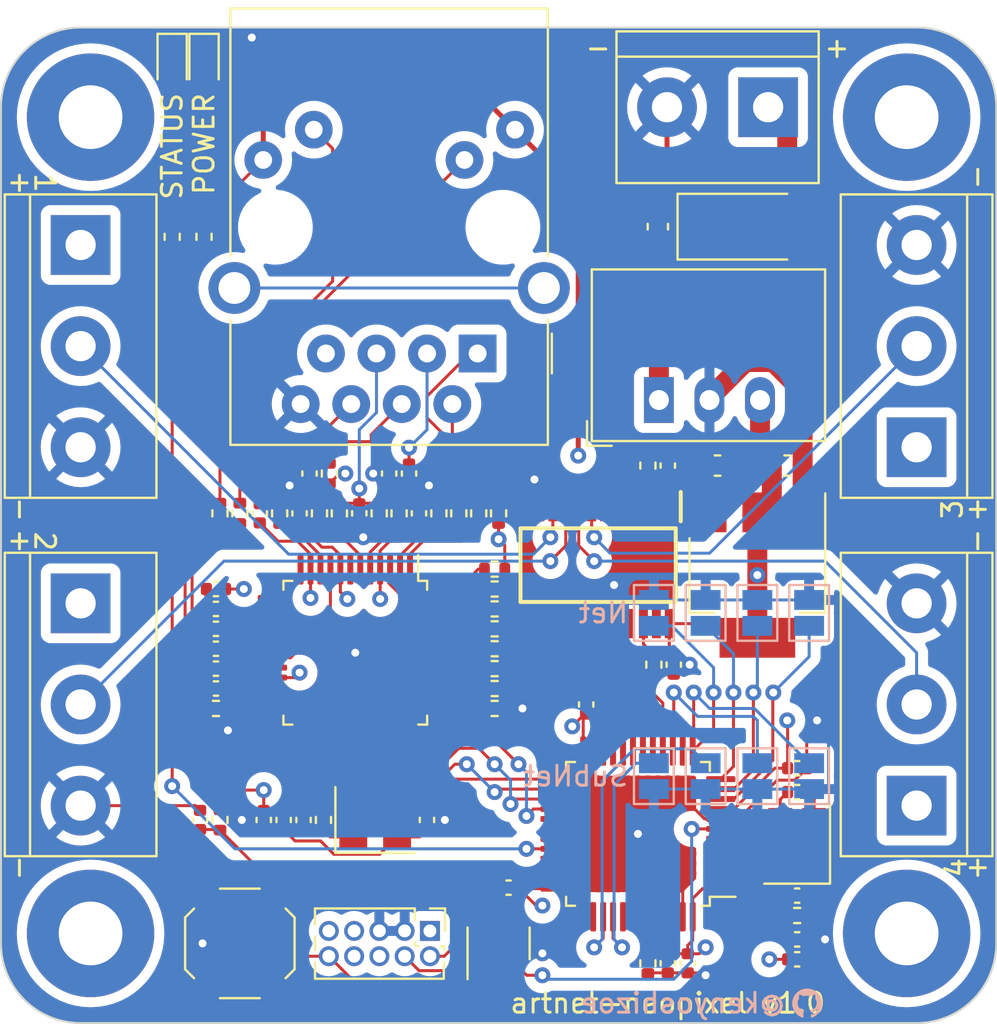
<source format=kicad_pcb>
(kicad_pcb (version 20221018) (generator pcbnew)
  (layers (0 "F.Cu" signal) (1 "In1.Cu" signal) (2 "In2.Cu" signal) (31 "B.Cu" signal) (34 "B.Paste" user) (35 "F.Paste" user) (36 "B.SilkS" user "B.Silkscreen") (37 "F.SilkS" user "F.Silkscreen") (38 "B.Mask" user) (39 "F.Mask" user) (44 "Edge.Cuts" user))
  (net 0 "")
  (net 1 "+24V")
  (net 2 "neopixel1")
  (net 3 "GND")
  (net 4 "ACT_LED")
  (net 5 "LINK_LED")
  (net 6 "NRST")
  (net 7 "OSC_OUT")
  (net 8 "+5V")
  (net 9 "+3.3V")
  (net 10 "Net-(D1-K)")
  (net 11 "Net-(C12-Pad1)")
  (net 12 "Net-(J7-RD+)")
  (net 13 "Net-(C16-Pad2)")
  (net 14 "Net-(D2-A)")
  (net 15 "Net-(J7-RD-)")
  (net 16 "Net-(C17-Pad2)")
  (net 17 "Net-(J7-TCT)")
  (net 18 "Net-(J7-RCT)")
  (net 19 "Net-(U5-XO)")
  (net 20 "Net-(U5-1V2O)")
  (net 21 "Net-(U5-TOCAP)")
  (net 22 "SWDIO")
  (net 23 "Net-(D3-A)")
  (net 25 "SWCLK")
  (net 26 "W5500_RST")
  (net 27 "CS")
  (net 28 "SCLK")
  (net 32 "Net-(J7-LEDY_K)")
  (net 33 "MISO")
  (net 34 "OSC_IN")
  (net 35 "BOOT")
  (net 36 "RUN_LED")
  (net 45 "Net-(IC1-DIR)")
  (net 46 "Net-(IC1-~{OE})")
  (net 47 "Net-(C19-Pad1)")
  (net 48 "Net-(J7-LEDG_K)")
  (net 49 "Net-(J7-TD+)")
  (net 50 "Net-(J7-TD-)")
  (net 52 "unconnected-(J7-SHIELD-PadSH)")
  (net 53 "Net-(U5-TXN)")
  (net 54 "neopixel2")
  (net 55 "neopixel3")
  (net 56 "neopixel4")
  (net 57 "Net-(IC1-A5)")
  (net 58 "Net-(IC1-A6)")
  (net 59 "Net-(IC1-A7)")
  (net 60 "Net-(IC1-A8)")
  (net 61 "MOSI")
  (net 62 "Net-(U5-TXP)")
  (net 63 "Net-(U5-RXN)")
  (net 64 "Net-(U5-RXP)")
  (net 65 "Net-(U5-PMODE0)")
  (net 66 "Net-(U5-PMODE1)")
  (net 67 "Net-(U5-XI{slash}CLKIN)")
  (net 68 "Net-(U5-PMODE2)")
  (net 69 "Net-(R23-Pad2)")
  (net 70 "Net-(R24-Pad2)")
  (net 71 "Net-(R25-Pad2)")
  (net 72 "Net-(R26-Pad2)")
  (net 73 "Net-(R27-Pad2)")
  (net 74 "Net-(R28-Pad2)")
  (net 75 "Net-(U5-EXRES1)")
  (net 87 "W5500_INT")
  (net 100 "JP1")
  (net 101 "JP2")
  (net 102 "JP3")
  (net 103 "JP4")
  (net 104 "JP5")
  (net 105 "JP6")
  (net 106 "JP7")
  (net 107 "JP8")
  (footprint "Resistor_SMD:R_0402_1005Metric" (layer "F.Cu") (at 60.8 84.2)
    (fp_text reference "R28" hide)
    (fp_text value "10k" hide)
  )
  (footprint "Capacitor_SMD:C_0402_1005Metric" (layer "F.Cu") (at 90 96.8)
    (fp_text reference "C8" hide)
    (fp_text value "1u" hide)
  )
  (footprint "Connector_RJ:RJ45_Amphenol_RJMG1BD3B8K1ANR" (layer "F.Cu") (at 73.945 66.37 180)
    (fp_text reference "J7" hide)
    (fp_text value "RJ45_Amphenol_RJMG1BD3B8K1ANR" hide)
  )
  (footprint "TerminalBlock:TerminalBlock_bornier-2_P5.08mm" (layer "F.Cu") (at 88.54 54 180)
    (fp_text reference "J1" hide)
    (fp_text value "Screw_Terminal_01x02" hide)
  )
  (footprint "Capacitor_SMD:C_0402_1005Metric" (layer "F.Cu") (at 68 74.4 -90)
    (fp_text reference "C20" hide)
    (fp_text value "10n" hide)
  )
  (footprint "Capacitor_SMD:C_0402_1005Metric" (layer "F.Cu") (at 83.5 97 -90)
    (fp_text reference "C6" hide)
    (fp_text value "100n" hide)
  )
  (footprint "Capacitor_SMD:C_0402_1005Metric" (layer "F.Cu") (at 90 88.4)
    (fp_text reference "C13" hide)
    (fp_text value "10p" hide)
  )
  (footprint "Capacitor_SMD:C_0402_1005Metric" (layer "F.Cu") (at 64.2 89.8 -90)
    (fp_text reference "C28" hide)
    (fp_text value "100n" hide)
  )
  (footprint "Package_TO_SOT_SMD:SOT-223-3_TabPin2" (layer "F.Cu") (at 88 77.5 -90)
    (fp_text reference "U2" hide)
    (fp_text value "AMS1117-3.3" hide)
  )
  (footprint "TerminalBlock:TerminalBlock_bornier-3_P5.08mm" (layer "F.Cu") (at 96 89.08 90)
    (fp_text reference "J4" hide)
    (fp_text value "Screw_Terminal_01x03" hide)
  )
  (footprint "Capacitor_SMD:C_0402_1005Metric" (layer "F.Cu") (at 84.5 97 -90)
    (fp_text reference "C7" hide)
    (fp_text value "100n" hide)
  )
  (footprint "Capacitor_SMD:C_0402_1005Metric" (layer "F.Cu") (at 63.2 89.8 -90)
    (fp_text reference "C30" hide)
    (fp_text value "10u" hide)
  )
  (footprint "Capacitor_SMD:C_0603_1608Metric" (layer "F.Cu") (at 83 60 90)
    (fp_text reference "C1" hide)
    (fp_text value "100n" hide)
  )
  (footprint "Resistor_SMD:R_0402_1005Metric" (layer "F.Cu") (at 61 89.8 90)
    (fp_text reference "R3" hide)
    (fp_text value "10k" hide)
  )
  (footprint "TerminalBlock:TerminalBlock_bornier-3_P5.08mm" (layer "F.Cu") (at 96 71.08 90)
    (fp_text reference "J3" hide)
    (fp_text value "Screw_Terminal_01x03" hide)
  )
  (footprint "Resistor_SMD:R_0402_1005Metric" (layer "F.Cu") (at 74.8 81.2 180)
    (fp_text reference "R26" hide)
    (fp_text value "10k" hide)
  )
  (footprint "Capacitor_SMD:C_0402_1005Metric" (layer "F.Cu") (at 65.5 72.4 -90)
    (fp_text reference "C17" hide)
    (fp_text value "6.8n" hide)
  )
  (footprint "Resistor_SMD:R_0402_1005Metric" (layer "F.Cu") (at 66.5 72.4 90)
    (fp_text reference "R10" hide)
    (fp_text value "10" hide)
  )
  (footprint "Resistor_SMD:R_0402_1005Metric" (layer "F.Cu") (at 60.2 60.51 90)
    (fp_text reference "R1" hide)
    (fp_text value "1k" hide)
  )
  (footprint "Resistor_SMD:R_0402_1005Metric" (layer "F.Cu") (at 75 74.4 90)
    (fp_text reference "R8" hide)
    (fp_text value "49.9" hide)
  )
  (footprint "Capacitor_SMD:C_0402_1005Metric" (layer "F.Cu") (at 63 74.4 90)
    (fp_text reference "C24" hide)
    (fp_text value "100n" hide)
  )
  (footprint "Resistor_SMD:R_0402_1005Metric" (layer "F.Cu") (at 90 94.6 180)
    (fp_text reference "R5" hide)
    (fp_text value "1k" hide)
  )
  (footprint "Converter_DCDC:Converter_DCDC_RECOM_R-78E-0.5_THT" (layer "F.Cu") (at 83.053 68.7075)
    (fp_text reference "U1" hide)
    (fp_text value "R-783.3-0.5" hide)
  )
  (footprint "MountingHole:MountingHole_3.2mm_M3_Pad" (layer "F.Cu") (at 54.5 54.5)
    (fp_text reference "H1" hide)
    (fp_text value "MountingHole" hide)
  )
  (footprint "LED_SMD:LED_0603_1608Metric" (layer "F.Cu") (at 60.2 51.8 -90)
    (fp_text reference "D2" hide)
    (fp_text value "Blue" hide)
  )
  (footprint "samacsys:SOP65P640X120-24N" (layer "F.Cu") (at 80 77 -90)
    (fp_text reference "IC1" hide)
    (fp_text value "SN74LVC4245APWR" hide)
  )
  (footprint "Resistor_SMD:R_0402_1005Metric" (layer "F.Cu") (at 66 74.4 90)
    (fp_text reference "R14" hide)
    (fp_text value "33" hide)
  )
  (footprint "Resistor_SMD:R_0402_1005Metric" (layer "F.Cu") (at 74.8 80.2 180)
    (fp_text reference "R27" hide)
    (fp_text value "10k" hide)
  )
  (footprint "Resistor_SMD:R_0402_1005Metric" (layer "F.Cu") (at 58.6 60.51 90)
    (fp_text reference "R2" hide)
    (fp_text value "1k" hide)
  )
  (footprint "Resistor_SMD:R_0402_1005Metric" (layer "F.Cu") (at 74.8 79.2 180)
    (fp_text reference "R21" hide)
    (fp_text value "10k" hide)
  )
  (footprint "Capacitor_SMD:C_0402_1005Metric" (layer "F.Cu") (at 60.8 80.2 180)
    (fp_text reference "C26" hide)
    (fp_text value "100n" hide)
  )
  (footprint "Capacitor_SMD:C_0402_1005Metric" (layer "F.Cu") (at 60.8 82.2 180)
    (fp_text reference "C27" hide)
    (fp_text value "100n" hide)
  )
  (footprint "Resistor_SMD:R_0402_1005Metric" (layer "F.Cu") (at 70 74.4 90)
    (fp_text reference "R13" hide)
    (fp_text value "33" hide)
  )
  (footprint "Resistor_SMD:R_0402_1005Metric" (layer "F.Cu") (at 64 74.4 -90)
    (fp_text reference "R29" hide)
    (fp_text value "12k" hide)
  )
  (footprint "Resistor_SMD:R_0402_1005Metric" (layer "F.Cu") (at 67 74.4 90)
    (fp_text reference "R16" hide)
    (fp_text value "49.9" hide)
  )
  (footprint "Connector_PinHeader_1.27mm:PinHeader_2x05_P1.27mm_Vertical" (layer "F.Cu") (at 71.55 95.375 -90)
    (fp_text reference "J2" hide)
    (fp_text value "Conn_02x05_Odd_Even" hide)
  )
  (footprint "Capacitor_SMD:C_0402_1005Metric" (layer "F.Cu") (at 79.4 84 90)
    (fp_text reference "C4" hide)
    (fp_text value "4.7u" hide)
  )
  (footprint "Capacitor_SMD:C_0402_1005Metric" (layer "F.Cu") (at 71 74.4 90)
    (fp_text reference "C22" hide)
    (fp_text value "100n" hide)
  )
  (footprint "Resistor_SMD:R_0402_1005Metric" (layer "F.Cu") (at 74.8 84.2 180)
    (fp_text reference "R23" hide)
    (fp_text value "10k" hide)
  )
  (footprint "Crystal:Crystal_SMD_3225-4Pin_3.2x2.5mm" (layer "F.Cu") (at 90 91 90)
    (fp_text reference "Y1" hide)
    (fp_text value "16MHz" hide)
  )
  (footprint "Capacitor_SMD:C_0603_1608Metric" (layer "F.Cu") (at 89.5 72)
    (fp_text reference "C3" hide)
    (fp_text value "22uF" hide)
  )
  (footprint "Capacitor_SMD:C_0402_1005Metric" (layer "F.Cu") (at 90 93.6 180)
    (fp_text reference "C12" hide)
    (fp_text value "10p" hide)
  )
  (footprint "Button_Switch_SMD:SW_Push_1P1T_XKB_TS-1187A" (layer "F.Cu") (at 62 96 -90)
    (fp_text reference "SW1" hide)
    (fp_text value "RESET" hide)
  )
  (footprint "Capacitor_SMD:C_0402_1005Metric" (layer "F.Cu") (at 71.4 89.8 -90)
    (fp_text reference "C21" hide)
    (fp_text value "10p" hide)
  )
  (footprint "Resistor_SMD:R_0402_1005Metric" (layer "F.Cu") (at 82.5 72 -90)
    (fp_text reference "R4" hide)
    (fp_text value "1k" hide)
  )
  (footprint "Capacitor_SMD:C_0402_1005Metric" (layer "F.Cu") (at 75.5 93.2 180)
    (fp_text reference "C5" hide)
    (fp_text value "100n" hide)
  )
  (footprint "Resistor_SMD:R_0402_1005Metric" (layer "F.Cu") (at 82.5 97 -90)
    (fp_text reference "R6" hide)
    (fp_text value "1k" hide)
  )
  (footprint "Capacitor_SMD:C_0402_1005Metric" (layer "F.Cu") (at 65 74.4 90)
    (fp_text reference "C23" hide)
    (fp_text value "100n" hide)
  )
  (footprint "MountingHole:MountingHole_3.2mm_M3_Pad" (layer "F.Cu") (at 95.5 95.5)
    (fp_text reference "H4" hide)
    (fp_text value "MountingHole" hide)
  )
  (footprint "Resistor_SMD:R_0402_1005Metric" (layer "F.Cu") (at 62 74.4 -90)
    (fp_text reference "R19" hide)
    (fp_text value "1k" hide)
  )
  (footprint "Resistor_SMD:R_0402_1005Metric" (layer "F.Cu") (at 66.2 89.8 90)
    (fp_text reference "R20" hide)
    (fp_text value "1k" hide)
  )
  (footprint "Package_TO_SOT_SMD:SOT-23-6" (layer "F.Cu") (at 75 96 90)
    (fp_text reference "U3" hide)
    (fp_text value "SRV05-4" hide)
  )
  (footprint "Crystal:Crystal_SMD_3225-4Pin_3.2x2.5mm" (layer "F.Cu") (at 68.8 89.8)
    (fp_text reference "Y2" hide)
    (fp_text value "25MHz" hide)
  )
  (footprint "Capacitor_SMD:C_0402_1005Metric" (layer "F.Cu") (at 90 95.8)
    (fp_text reference "C9" hide)
    (fp_text value "100n" hide)
  )
  (footprint "Capacitor_SMD:C_0402_1005Metric" (layer "F.Cu") (at 90 87.2)
    (fp_text reference "C10" hide)
    (fp_text value "100n" hide)
  )
  (footprint "Capacitor_SMD:C_0603_1608Metric" (layer "F.Cu") (at 86 72 180)
    (fp_text reference "C2" hide)
    (fp_text value "22uF" hide)
  )
  (footprint "Capacitor_SMD:C_0402_1005Metric" (layer "F.Cu") (at 69.5 72.4 -90)
    (fp_text reference "C18" hide)
    (fp_text value "22n" hide)
  )
  (footprint "Capacitor_SMD:C_0402_1005Metric" (layer "F.Cu") (at 60.8 78.2 180)
    (fp_text reference "C29" hide)
    (fp_text value "10u" hide)
  )
  (footprint "Resistor_SMD:R_0402_1005Metric" (layer "F.Cu") (at 74.8 77.2 180)
    (fp_text reference "R17" hide)
    (fp_text value "10k" hide)
  )
  (footprint "Capacitor_SMD:C_0402_1005Metric" (layer "F.Cu") (at 60 89.8 90)
    (fp_text reference "C11" hide)
    (fp_text value "100n" hide)
  )
  (footprint "MountingHole:MountingHole_3.2mm_M3_Pad" (layer "F.Cu") (at 54.5 95.5)
    (fp_text reference "H3" hide)
    (fp_text value "MountingHole" hide)
  )
  (footprint "Capacitor_SMD:C_0402_1005Metric" (layer "F.Cu") (at 60.8 83.2)
    (fp_text reference "C31" hide)
    (fp_text value "100n" hide)
  )
  (footprint "Capacitor_SMD:C_0402_1005Metric" (layer "F.Cu") (at 60.8 81.2 180)
    (fp_text reference "C32" hide)
    (fp_text value "4.7u" hide)
  )
  (footprint "Resistor_SMD:R_0402_1005Metric" (layer "F.Cu") (at 69 74.4 90)
    (fp_text reference "R15" hide)
    (fp_text value "49.9" hide)
  )
  (footprint "Resistor_SMD:R_0402_1005Metric" (layer "F.Cu") (at 74.8 78.2 180)
    (fp_text reference "R18" hide)
    (fp_text value "10k" hide)
  )
  (footprint "Resistor_SMD:R_0402_1005Metric" (layer "F.Cu") (at 72 74.4 90)
    (fp_text reference "R9" hide)
    (fp_text value "49.9" hide)
  )
  (footprint "Capacitor_SMD:C_0402_1005Metric" (layer "F.Cu") (at 83.5 72 90)
    (fp_text reference "C14" hide)
    (fp_text value "100n" hide)
  )
  (footprint "MountingHole:MountingHole_3.2mm_M3_Pad" (layer "F.Cu") (at 95.5 54.5)
    (fp_text reference "H2" hide)
    (fp_text value "MountingHole" hide)
  )
  (footprint "Package_QFP:LQFP-48_7x7mm_P0.5mm" (layer "F.Cu") (at 67.8 81.4 -90)
    (fp_text reference "U5" hide)
    (fp_text value "W5500" hide)
  )
  (footprint "Capacitor_SMD:C_0402_1005Metric" (layer "F.Cu") (at 83.8 82 -90)
    (fp_text reference "C15" hide)
    (fp_text value "100n" hide)
  )
  (footprint "Capacitor_SMD:C_0402_1005Metric" (layer "F.Cu") (at 70.5 72.4 -90)
    (fp_text reference "C16" hide)
    (fp_text value "6.8n" hide)
  )
  (footprint "LED_SMD:LED_0603_1608Metric" (layer "F.Cu") (at 58.6 51.8 -90)
    (fp_text reference "D3" hide)
    (fp_text value "Green" hide)
  )
  (footprint "TerminalBlock:TerminalBlock_bornier-3_P5.08mm" (layer "F.Cu") (at 54 78.92 -90)
    (fp_text reference "J5" hide)
    (fp_text value "Screw_Terminal_01x03" hide)
  )
  (footprint "Resistor_SMD:R_0402_1005Metric" (layer "F.Cu") (at 61 74.4 -90)
    (fp_text reference "R22" hide)
    (fp_text value "1k" hide)
  )
  (footprint "Resistor_SMD:R_0402_1005Metric" (layer "F.Cu") (at 73 74.4 90)
    (fp_text reference "R12" hide)
    (fp_text value "33" hide)
  )
  (footprint "Capacitor_SMD:C_0402_1005Metric" (layer "F.Cu") (at 60.8 79.2 180)
    (fp_text reference "C25" hide)
    (fp_text value "100n" hide)
  )
  (footprint "Package_QFP:LQFP-48_7x7mm_P0.5mm" (layer "F.Cu") (at 82 90.5 180)
    (fp_text reference "U4" hide)
    (fp_text value "STM32F303CBTx" hide)
  )
  (footprint "Diode_SMD:D_SMA" (layer "F.Cu") (at 87.5 60)
    (fp_text reference "D1" hide)
    (fp_text value "SS14" hide)
  )
  (footprint "Resistor_SMD:R_0402_1005Metric" (layer "F.Cu") (at 74 74.4 90)
    (fp_text reference "R11" hide)
    (fp_text value "33" hide)
  )
  (footprint "Capacitor_SMD:C_0402_1005Metric" (layer "F.Cu") (at 65.2 89.8 90)
    (fp_text reference "C19" hide)
    (fp_text value "10p" hide)
  )
  (footprint "Resistor_SMD:R_0402_1005Metric" (layer "F.Cu") (at 74.8 82.2 180)
    (fp_text reference "R25" hide)
    (fp_text value "10k" hide)
  )
  (footprint "TerminalBlock:TerminalBlock_bornier-3_P5.08mm" (layer "F.Cu") (at 54 60.92 -90)
    (fp_text reference "J6" hide)
    (fp_text value "Screw_Terminal_01x03" hide)
  )
  (footprint "Resistor_SMD:R_0402_1005Metric" (layer "F.Cu") (at 74.8 83.2 180)
    (fp_text reference "R24" hide)
    (fp_text value "10k" hide)
  )
  (footprint "Resistor_SMD:R_0402_1005Metric" (layer "F.Cu") (at 82.8 82 -90)
    (fp_text reference "R7" hide)
    (fp_text value "1k" hide)
  )
  (footprint "Jumper:SolderJumper-2_P1.3mm_Open_Pad1.0x1.5mm" (layer "B.Cu") (at 82.8 87.6 -90)
    (fp_text reference "JP8" hide)
    (fp_text value "Jumper_2_Open" hide)
  )
  (footprint "Jumper:SolderJumper-2_P1.3mm_Open_Pad1.0x1.5mm" (layer "B.Cu") (at 85.4 87.6 -90)
    (fp_text reference "JP7" hide)
    (fp_text value "Jumper_2_Open" hide)
  )
  (footprint "Jumper:SolderJumper-2_P1.3mm_Open_Pad1.0x1.5mm" (layer "B.Cu") (at 85.4 79.4 90)
    (fp_text reference "JP3" hide)
    (fp_text value "Jumper_2_Open" hide)
  )
  (footprint "Jumper:SolderJumper-2_P1.3mm_Open_Pad1.0x1.5mm" (layer "B.Cu") (at 90.6 87.6 -90)
    (fp_text reference "JP5" hide)
    (fp_text value "Jumper_2_Open" hide)
  )
  (footprint "Jumper:SolderJumper-2_P1.3mm_Open_Pad1.0x1.5mm" (layer "B.Cu") (at 88 79.4 90)
    (fp_text reference "JP2" hide)
    (fp_text value "Jumper_2_Open" hide)
  )
  (footprint "LOGO" (layer "B.Cu") (at 90.5 99 180)
    (fp_text reference "G***" hide)
    (fp_text value "LOGO" hide)
  )
  (footprint "Jumper:SolderJumper-2_P1.3mm_Open_Pad1.0x1.5mm" (layer "B.Cu") (at 82.8 79.4 90)
    (fp_text reference "JP4" hide)
    (fp_text value "Jumper_2_Open" hide)
  )
  (footprint "Jumper:SolderJumper-2_P1.3mm_Open_Pad1.0x1.5mm" (layer "B.Cu") (at 88 87.6 -90)
    (fp_text reference "JP6" hide)
    (fp_text value "Jumper_2_Open" hide)
  )
  (footprint "Jumper:SolderJumper-2_P1.3mm_Open_Pad1.0x1.5mm" (layer "B.Cu") (at 90.6 79.4 90)
    (fp_text reference "JP1" hide)
    (fp_text value "Jumper_2_Open" hide)
  )
  (gr_line (start 54 100) (end 96 100) (stroke (width 0.1)) (layer "Edge.Cuts"))
  (gr_line (start 50 54) (end 50 96) (stroke (width 0.1)) (layer "Edge.Cuts"))
  (gr_arc (start 54 100) (mid 51.171573 98.828427) (end 50 96) (stroke (width 0.1)) (layer "Edge.Cuts"))
  (gr_arc (start 96 50) (mid 98.828427 51.171573) (end 100 54) (stroke (width 0.1)) (layer "Edge.Cuts"))
  (gr_arc (start 100 96) (mid 98.828427 98.828427) (end 96 100) (stroke (width 0.1)) (layer "Edge.Cuts"))
  (gr_arc (start 50 54) (mid 51.171573 51.171573) (end 54 50) (stroke (width 0.1)) (layer "Edge.Cuts"))
  (gr_line (start 100 96) (end 100 54) (stroke (width 0.1)) (layer "Edge.Cuts"))
  (gr_line (start 96 50) (end 54 50) (stroke (width 0.1)) (layer "Edge.Cuts"))
  (gr_text "Net" (at 81.6 79.4) (layer "B.SilkS") (effects (font (size 1 1)) (justify left mirror)))
  (gr_text "SubNet" (at 81.6 87.6) (layer "B.SilkS") (effects (font (size 1 1)) (justify left mirror)))
  (gr_text "@kenyoshizoe" (at 89.5 99) (layer "B.SilkS") (effects (font (size 1 1)) (justify left mirror)))
  (gr_text "-" (at 80 51) (layer "F.SilkS") (effects (font (size 1 1))))
  (gr_text "STATUS" (at 58.6 53.2 90) (layer "F.SilkS") (effects (font (size 1 1)) (justify right)))
  (gr_text "+" (at 51 57.8 -90) (layer "F.SilkS") (effects (font (size 1 1))))
  (gr_text "1" (at 52.2 57.8 -90) (layer "F.SilkS") (effects (font (size 1 1))))
  (gr_text "+" (at 92 51) (layer "F.SilkS") (effects (font (size 1 1))))
  (gr_text "-" (at 51 92.2 -90) (layer "F.SilkS") (effects (font (size 1 1))))
  (gr_text "2" (at 52.2 75.8 270) (layer "F.SilkS") (effects (font (size 1 1))))
  (gr_text "-" (at 99 57.5 90) (layer "F.SilkS") (effects (font (size 1 1))))
  (gr_text "POWER" (at 60.2 53.2 90) (layer "F.SilkS") (effects (font (size 1 1)) (justify right)))
  (gr_text "+" (at 99 92.2 90) (layer "F.SilkS") (effects (font (size 1 1))))
  (gr_text "-" (at 99 75.8 90) (layer "F.SilkS") (effects (font (size 1 1))))
  (gr_text "artnet-neopixel v1.0\n" (at 91.5 99) (layer "F.SilkS") (effects (font (size 1 1)) (justify right)))
  (gr_text "+" (at 99 74.2 90) (layer "F.SilkS") (effects (font (size 1 1))))
  (gr_text "4" (at 98 92.2 90) (layer "F.SilkS") (effects (font (size 1 1))))
  (gr_text "-" (at 51 74.2 -90) (layer "F.SilkS") (effects (font (size 1 1))))
  (gr_text "3" (at 97.8 74.2 90) (layer "F.SilkS") (effects (font (size 1 1))))
  (gr_text "+" (at 51 75.8 -90) (layer "F.SilkS") (effects (font (size 1 1))))
  (segment (start 89.5 60) (end 89.5 54.96) (width 1) (layer "F.Cu") (net 1))
  (segment (start 89.5 54.96) (end 88.54 54) (width 1) (layer "F.Cu") (net 1))
  (segment (start 82.25 86.3375) (end 82.25 83.777208) (width 0.15) (layer "F.Cu") (net 2))
  (segment (start 78.9995 82.1) (end 77.725 80.8255) (width 0.15) (layer "F.Cu") (net 2))
  (segment (start 82.25 83.777208) (end 80.572792 82.1) (width 0.15) (layer "F.Cu") (net 2))
  (segment (start 80.572792 82.1) (end 78.9995 82.1) (width 0.15) (layer "F.Cu") (net 2))
  (segment (start 77.725 80.8255) (end 77.725 79.938) (width 0.15) (layer "F.Cu") (net 2))
  (segment (start 89.88 87.8) (end 89 87.8) (width 0.15) (layer "F.Cu") (net 3))
  (segment (start 88.8 95) (end 88.8 94.4) (width 0.15) (layer "F.Cu") (net 3))
  (segment (start 84.5 97.48) (end 83.5 97.48) (width 0.15) (layer "F.Cu") (net 3))
  (segment (start 71.4 90.28) (end 71.82 90.28) (width 0.15) (layer "F.Cu") (net 3))
  (segment (start 90.48 95.8) (end 90.48 96.8) (width 0.15) (layer "F.Cu") (net 3))
  (segment (start 59.76 89.08) (end 54 89.08) (width 0.15) (layer "F.Cu") (net 3))
  (segment (start 67.05 85.5625) (end 67.05 87.255025) (width 0.15) (layer "F.Cu") (net 3))
  (segment (start 63.2 90.28) (end 62.58 90.28) (width 0.15) (layer "F.Cu") (net 3))
  (segment (start 64.65 79.15) (end 65.4 79.9) (width 0.15) (layer "F.Cu") (net 3))
  (segment (start 66.725 91.525) (end 66.055 90.855) (width 0.15) (layer "F.Cu") (net 3))
  (segment (start 88.8 94.4) (end 88 93.6) (width 0.15) (layer "F.Cu") (net 3))
  (segment (start 69.55 77.2375) (end 69.55 77.969975) (width 0.15) (layer "F.Cu") (net 3))
  (segment (start 69.4 90.65) (end 67.7 88.95) (width 0.15) (layer "F.Cu") (net 3))
  (segment (start 69.9 90.65) (end 69.025 91.525) (width 0.15) (layer "F.Cu") (net 3))
  (segment (start 90.48 88.4) (end 90.85 88.77) (width 0.15) (layer "F.Cu") (net 3))
  (segment (start 64.8 81.4) (end 67.8 81.4) (width 0.15) (layer "F.Cu") (net 3))
  (segment (start 79.75 86.3375) (end 79.75 88.25) (width 0.15) (layer "F.Cu") (net 3))
  (segment (start 75 96.89467) (end 75.64467 96.25) (width 0.15) (layer "F.Cu") (net 3))
  (segment (start 71 73.92) (end 71 73.5) (width 0.15) (layer "F.Cu") (net 3))
  (segment (start 90.48 87.2) (end 90.48 85.32) (width 0.15) (layer "F.Cu") (net 3))
  (segment (start 88.8 66.8) (end 87.40025 66.8) (width 1) (layer "F.Cu") (net 3))
  (segment (start 89.15 91.85) (end 90.85 90.15) (width 0.15) (layer "F.Cu") (net 3))
  (segment (start 75.31 84.2) (end 76.2 84.2) (width 0.15) (layer "F.Cu") (net 3))
  (segment (start 69.55 77.969975) (end 70.230025 78.65) (width 0.15) (layer "F.Cu") (net 3))
  (segment (start 70.230025 78.969975) (end 67.8 81.4) (width 0.15) (layer "F.Cu") (net 3))
  (segment (start 79.75 86.3375) (end 79.75 85.05) (width 0.15) (layer "F.Cu") (net 3))
  (segment (start 69.02 72.4) (end 68.7 72.4) (width 0.15) (layer "F.Cu") (net 3))
  (segment (start 65.2 89.105025) (end 65.2 89.32) (width 0.15) (layer "F.Cu") (net 3))
  (segment (start 84.25 92.75) (end 82 90.5) (width 0.15) (layer "F.Cu") (net 3))
  (segment (start 85.593 68.7075) (end 85.593 71.632) (width 0.25) (layer "F.Cu") (net 3))
  (segment (start 71 73.5) (end 71.5 73) (width 0.15) (layer "F.Cu") (net 3))
  (segment (start 91.4 95.8) (end 91.4 93.2) (width 0.15) (layer "F.Cu") (net 3))
  (segment (start 76.65 92.75) (end 76.5 92.6) (width 0.15) (layer "F.Cu") (net 3))
  (segment (start 64.55 81.65) (end 64.8 81.4) (width 0.15) (layer "F.Cu") (net 3))
  (segment (start 89.15 92.1) (end 89.15 93.23) (width 0.15) (layer "F.Cu") (net 3))
  (segment (start 85.593 68.60725) (end 85.593 68.7075) (width 1) (layer "F.Cu") (net 3))
  (segment (start 79.75 88.25) (end 82 90.5) (width 0.15) (layer "F.Cu") (net 3))
  (segment (start 80 84.12) (end 79.4 83.52) (width 0.15) (layer "F.Cu") (net 3))
  (segment (start 75.31 81.2) (end 75.31 82.2) (width 0.15) (layer "F.Cu") (net 3))
  (segment (start 67.05 85.5625) (end 67.05 82.15) (width 0.15) (layer "F.Cu") (net 3))
  (segment (start 65.2 89.32) (end 65.16 89.32) (width 0.15) (layer "F.Cu") (net 3))
  (segment (start 62.58 90.28) (end 62.1 89.8) (width 0.15) (layer "F.Cu") (net 3))
  (segment (start 83.3 89.2) (end 82 90.5) (width 0.15) (layer "F.Cu") (net 3))
  (segment (start 60.29 84.2) (end 61.39 85.3) (width 0.15) (layer "F.Cu") (net 3))
  (segment (start 82.53 71.52) (end 82.5 71.49) (width 0.25) (layer "F.Cu") (net 3))
  (segment (start 84.12 82.48) (end 84.6 82) (width 0.15) (layer "F.Cu") (net 3))
  (segment (start 72.3 89.8) (end 72.3 89.323101) (width 0.15) (layer "F.Cu") (net 3))
  (segment (start 83.5 71.52) (end 82.53 71.52) (width 0.25) (layer "F.Cu") (net 3))
  (segment (start 70.230025 78.65) (end 70.230025 78.969975) (width 0.15) (layer "F.Cu") (net 3))
  (segment (start 63.6375 79.15) (end 64.65 79.15) (width 0.15) (layer "F.Cu") (net 3))
  (segment (start 90.48 88.4) (end 89.88 87.8) (width 0.15) (layer "F.Cu") (net 3))
  (segment (start 66.55 80.15) (end 67.8 81.4) (width 0.15) (layer "F.Cu") (net 3))
  (segment (start 60.2 51.0125) (end 62.0875 51.0125) (width 0.15) (layer "F.Cu") (net 3))
  (segment (start 82 90.5) (end 79.75 92.75) (width 0.15) (layer "F.Cu") (net 3))
  (segment (start 84.5 97.48) (end 85.28 97.48) (width 0.15) (layer "F.Cu") (net 3))
  (segment (start 65 73.92) (end 65 73.499994) (width 0.15) (layer "F.Cu") (net 3))
  (segment (start 90.275 74.325) (end 90.3 74.35) (width 1) (layer "F.Cu") (net 3))
  (segment (start 62.0875 51.0125) (end 62.6 50.5) (width 0.15) (layer "F.Cu") (net 3))
  (segment (start 90.48 95.8) (end 91.4 95.8) (width 0.15) (layer "F.Cu") (net 3))
  (segment (start 85.35 89.75) (end 84.8 89.2) (width 0.15) (layer "F.Cu") (net 3))
  (segment (start 90.275 72) (end 90.275 68.275) (width 1) (layer "F.Cu") (net 3))
  (segment (start 84.745 71.52) (end 85.225 72) (width 0.25) (layer "F.Cu") (net 3))
  (segment (start 83.5 71.52) (end 84.745 71.52) (width 0.25) (layer "F.Cu") (net 3))
  (segment (start 63 73.92) (end 65 73.92) (width 0.15) (layer "F.Cu") (net 3))
  (segment (start 75.64467 96.25) (end 76.95 96.25) (width 0.15) (layer "F.Cu") (net 3))
  (segment (start 85.28 97.48) (end 85.4 97.6) (width 0.15) (layer "F.Cu") (net 3))
  (segment (start 91.675 90.725) (end 90.85 89.9) (width 0.15) (layer "F.Cu") (net 3))
  (segment (start 65.16 89.32) (end 64.2 90.28) (width 0.15) (layer "F.Cu") (net 3))
  (segment (start 76.425 74.062) (end 76.425 73.075016) (width 0.15) (layer "F.Cu") (net 3))
  (segment (start 71.03 90.65) (end 69.9 90.65) (width 0.15) (layer "F.Cu") (net 3))
  (segment (start 71.051899 88.075) (end 69.575 88.075) (width 0.15) (layer "F.Cu") (net 3))
  (segment (start 76.5 92.6) (end 75.72 92.6) (width 0.15) (layer "F.Cu") (net 3))
  (segment (start 65 73.499994) (end 64.500006 73) (width 0.15) (layer "F.Cu") (net 3))
  (segment (start 89.88 95.2) (end 89 95.2) (width 0.15) (layer "F.Cu") (net 3))
  (segment (start 65.4 80.15) (end 66.55 80.15) (width 0.15) (layer "F.Cu") (net 3))
  (segment (start 83.5 97.48) (end 82.53 97.48) (width 0.15) (layer "F.Cu") (net 3))
  (segment (start 76.425 73.075016) (end 76.8 72.700016) (width 0.15) (layer "F.Cu") (net 3))
  (segment (start 79.75 85.05) (end 80 84.8) (width 0.15) (layer "F.Cu") (net 3))
  (segment (start 90.85 90.15) (end 90.85 89.9) (width 0.15) (layer "F.Cu") (net 3))
  (segment (start 75.31 82.2) (end 75.31 83.2) (width 0.15) (layer "F.Cu") (net 3))
  (segment (start 67.05 82.15) (end 67.8 81.4) (width 0.15) (layer "F.Cu") (net 3))
  (segment (start 63.6375 81.65) (end 64.55 81.65) (width 0.15) (layer "F.Cu") (net 3))
  (segment (start 75.31 83.2) (end 75.31 84.2) (width 0.15) (layer "F.Cu") (net 3))
  (segment (start 75.31 80.2) (end 75.31 81.2) (width 0.15) (layer "F.Cu") (net 3))
  (segment (start 70.230025 78.65) (end 71.9625 78.65) (width 0.15) (layer "F.Cu") (net 3))
  (segment (start 61.39 85.3) (end 61.4 85.3) (width 0.15) (layer "F.Cu") (net 3))
  (segment (start 68 74.88) (end 68 75.4) (width 0.15) (layer "F.Cu") (net 3))
  (segment (start 76.425 78.075) (end 76.5 78) (width 0.15) (layer "F.Cu") (net 3))
  (segment (start 77.8375 92.75) (end 76.65 92.75) (width 0.15) (layer "F.Cu") (net 3))
  (segment (start 69.025 91.525) (end 66.725 91.525) (width 0.15) (layer "F.Cu") (net 3))
  (segment (start 65.4 79.9) (end 65.4 80.15) (width 0.15) (layer "F.Cu") (net 3))
  (segment (start 69.575 88.075) (end 69.5 88) (width 0.15) (layer "F.Cu") (net 3))
  (segment (start 60.29 78.23) (end 60.32 78.2) (width 0.15) (layer "F.Cu") (net 3))
  (segment (start 75.72 92.6) (end 75.12 93.2) (width 0.15) (layer "F.Cu") (net 3))
  (segment (start 60.29 84.2) (end 60.29 78.23) (width 0.15) (layer "F.Cu") (net 3))
  (segment (start 83.77 82.51) (end 83.8 82.48) (width 0.15) (layer "F.Cu") (net 3))
  (segment (start 90.48 85.32) (end 91 84.8) (width 0.15) (layer "F.Cu") (net 3))
  (segment (start 88 91.8) (end 87.8 91.6) (width 0.15) (layer "F.Cu") (net 3))
  (segment (start 90.275 72) (end 90.275 74.325) (width 1) (layer "F.Cu") (net 3))
  (segment (start 76.425 79.938) (end 76.425 78.075) (width 0.15) (layer "F.Cu") (net 3))
  (segment (start 72.3 89.323101) (end 71.051899 88.075) (width 0.15) (layer "F.Cu") (net 3))
  (segment (start 90.48 95.8) (end 89.88 95.2) (width 0.15) (layer "F.Cu") (net 3))
  (segment (start 87.8 91.6) (end 87.2 91.6) (width 0.15) (layer "F.Cu") (net 3))
  (segment (start 89.15 93.23) (end 89.52 93.6) (width 0.15) (layer "F.Cu") (net 3))
  (segment (start 76.425 79.938) (end 75.572 79.938) (width 0.15) (layer "F.Cu") (net 3))
  (segment (start 86.1625 89.75) (end 85.35 89.75) (width 0.15) (layer "F.Cu") (net 3))
  (segment (start 82.8 82.51) (end 83.77 82.51) (width 0.15) (layer "F.Cu") (net 3))
  (segment (start 71.82 90.28) (end 72.3 89.8) (width 0.15) (layer "F.Cu") (net 3))
  (segment (start 68 75.4) (end 68.199972 75.599972) (width 0.15) (layer "F.Cu") (net 3))
  (segment (start 87.40025 66.8) (end 85.593 68.60725) (width 1) (layer "F.Cu") (net 3))
  (segment (start 91.4 93.2) (end 91.675 92.925) (width 0.15) (layer "F.Cu") (net 3))
  (segment (start 67.05 87.255025) (end 65.2 89.105025) (width 0.15) (layer "F.Cu") (net 3))
  (segment (start 63.2 90.28) (end 64.2 90.28) (width 0.15) (layer "F.Cu") (net 3))
  (segment (start 75 97.1375) (end 75 96.89467) (width 0.15) (layer "F.Cu") (net 3))
  (segment (start 83.46 54) (end 83.46 58.765) (width 0.25) (layer "F.Cu") (net 3))
  (segment (start 69.5 88) (end 68.5 87) (width 0.15) (layer "F.Cu") (net 3))
  (segment (start 84.25 94.6625) (end 84.25 92.75) (width 0.15) (layer "F.Cu") (net 3))
  (segment (start 88 93.6) (end 88 91.8) (width 0.15) (layer "F.Cu") (net 3))
  (segment (start 60 89.32) (end 59.76 89.08) (width 0.15) (layer "F.Cu") (net 3))
  (segment (start 71.4 90.28) (end 71.03 90.65) (width 0.15) (layer "F.Cu") (net 3))
  (segment (start 90.275 68.275) (end 88.8 66.8) (width 1) (layer "F.Cu") (net 3))
  (segment (start 76.425 74.062) (end 77.075 74.062) (width 0.15) (layer "F.Cu") (net 3))
  (segment (start 64.775 90.855) (end 64.2 90.28) (width 0.15) (layer "F.Cu") (net 3))
  (segment (start 76.95 96.25) (end 77.2 96.5) (width 0.15) (layer "F.Cu") (net 3))
  (segment (start 85.593 71.632) (end 85.225 72) (width 0.25) (layer "F.Cu") (net 3))
  (segment (start 90.85 88.77) (end 90.85 89.9) (width 0.15) (layer "F.Cu") (net 3))
  (segment (start 90.48 87.2) (end 89.88 87.8) (width 0.15) (layer "F.Cu") (net 3))
  (segment (start 80 84.8) (end 80 84.12) (width 0.15) (layer "F.Cu") (net 3))
  (segment (start 58.6 51.0125) (end 60.2 51.0125) (width 0.15) (layer "F.Cu") (net 3))
  (segment (start 79.75 92.75) (end 77.8375 92.75) (width 0.15) (layer "F.Cu") (net 3))
  (segment (start 91.675 92.925) (end 91.675 90.725) (width 0.15) (layer "F.Cu") (net 3))
  (segment (start 82.53 97.48) (end 82.5 97.51) (width 0.15) (layer "F.Cu") (net 3))
  (segment (start 83.46 58.765) (end 83 59.225) (width 0.25) (layer "F.Cu") (net 3))
  (segment (start 66.55 77.2375) (end 66.55 80.15) (width 0.15) (layer "F.Cu") (net 3))
  (segment (start 89 95.2) (end 88.8 95) (width 0.15) (layer "F.Cu") (net 3))
  (segment (start 84.8 89.2) (end 83.3 89.2) (width 0.15) (layer "F.Cu") (net 3))
  (segment (start 60.125 93) (end 60.125 99) (width 0.15) (layer "F.Cu") (net 3))
  (segment (start 66.055 90.855) (end 64.775 90.855) (width 0.15) (layer "F.Cu") (net 3))
  (segment (start 75.572 79.938) (end 75.31 80.2) (width 0.15) (layer "F.Cu") (net 3))
  (segment (start 89.15 92.1) (end 89.15 91.85) (width 0.15) (layer "F.Cu") (net 3))
  (segment (start 89 87.8) (end 87.05 89.75) (width 0.15) (layer "F.Cu") (net 3))
  (segment (start 87.05 89.75) (end 86.1625 89.75) (width 0.15) (layer "F.Cu") (net 3))
  (segment (start 69.5 72.88) (end 69.02 72.4) (width 0.15) (layer "F.Cu") (net 3))
  (segment (start 69.9 90.65) (end 69.4 90.65) (width 0.15) (layer "F.Cu") (net 3))
  (segment (start 63.6375 80.15) (end 65.4 80.15) (width 0.15) (layer "F.Cu") (net 3))
  (segment (start 83.8 82.48) (end 84.12 82.48) (width 0.15) (layer "F.Cu") (net 3))
  (via (at 67.8 81.4) (size 0.8) (drill 0.4) (layers "F.Cu" "B.Cu") (net 3))
  (via (at 60.125 96) (size 0.8) (drill 0.4) (layers "F.Cu" "B.Cu") (net 3))
  (via (at 68.199972 75.599972) (size 0.8) (drill 0.4) (layers "F.Cu" "B.Cu") (net 3))
  (via (at 91 84.8) (size 0.8) (drill 0.4) (layers "F.Cu" "B.Cu") (net 3))
  (via (at 77.2 96.5) (size 0.8) (drill 0.4) (layers "F.Cu" "B.Cu") (net 3))
  (via (at 61.4 85.3) (size 0.8) (drill 0.4) (layers "F.Cu" "B.Cu") (net 3))
  (via (at 84.6 82) (size 0.8) (drill 0.4) (layers "F.Cu" "B.Cu") (net 3))
  (via (at 68.7 72.4) (size 0.8) (drill 0.4) (layers "F.Cu" "B.Cu") (net 3))
  (via (at 80.8 78) (size 0.8) (drill 0.4) (layers "F.Cu" "B.Cu") (net 3))
  (via (at 85.4 97.6) (size 0.8) (drill 0.4) (layers "F.Cu" "B.Cu") (net 3))
  (via (at 76.8 72.700016) (size 0.8) (drill 0.4) (layers "F.Cu" "B.Cu") (net 3))
  (via (at 62.1 89.8) (size 0.8) (drill 0.4) (layers "F.Cu" "B.Cu") (net 3))
  (via (at 76.2 84.2) (size 0.8) (drill 0.4) (layers "F.Cu" "B.Cu") (net 3))
  (via (at 91.4 95.8) (size 0.8) (drill 0.4) (layers "F.Cu" "B.Cu") (net 3))
  (via (at 82 90.5) (size 0.8) (drill 0.4) (layers "F.Cu" "B.Cu") (net 3))
  (via (at 71.5 73) (size 0.8) (drill 0.4) (layers "F.Cu" "B.Cu") (net 3))
  (via (at 64.500006 73) (size 0.8) (drill 0.4) (layers "F.Cu" "B.Cu") (net 3))
  (via (at 62.6 50.5) (size 0.8) (drill 0.4) (layers "F.Cu" "B.Cu") (net 3))
  (via (at 72.3 89.8) (size 0.8) (drill 0.4) (layers "F.Cu" "B.Cu") (net 3))
  (segment (start 90.6 88.25) (end 91.5 88.25) (width 0.15) (layer "B.Cu") (net 3))
  (segment (start 88 78.75) (end 85.4 78.75) (width 0.15) (layer "B.Cu") (net 3))
  (segment (start 91.5 88.25) (end 91.575 88.175) (width 0.15) (layer "B.Cu") (net 3))
  (segment (start 85.4 88.25) (end 88 88.25) (width 0.15) (layer "B.Cu") (net 3))
  (segment (start 81.55 78.75) (end 80.8 78) (width 0.15) (layer "B.Cu") (net 3))
  (segment (start 90.6 78.75) (end 88 78.75) (width 0.15) (layer "B.Cu") (net 3))
  (segment (start 91.575 88.175) (end 91.575 85.375) (width 0.15) (layer "B.Cu") (net 3))
  (segment (start 82.8 88.25) (end 85.4 88.25) (width 0.15) (layer "B.Cu") (net 3))
  (segment (start 91.575 85.375) (end 91 84.8) (width 0.15) (layer "B.Cu") (net 3))
  (segment (start 88 88.25) (end 90.6 88.25) (width 0.15) (layer "B.Cu") (net 3))
  (segment (start 82.8 78.75) (end 81.55 78.75) (width 0.15) (layer "B.Cu") (net 3))
  (segment (start 85.4 78.75) (end 82.8 78.75) (width 0.15) (layer "B.Cu") (net 3))
  (segment (start 59.25 77.15) (end 61 75.4) (width 0.15) (layer "F.Cu") (net 4))
  (segment (start 65.394975 86.95) (end 61.450111 86.95) (width 0.15) (layer "F.Cu") (net 4))
  (segment (start 61.450111 86.95) (end 59.25 84.749889) (width 0.15) (layer "F.Cu") (net 4))
  (segment (start 59.25 84.749889) (end 59.25 77.15) (width 0.15) (layer "F.Cu") (net 4))
  (segment (start 66.05 85.5625) (end 66.05 86.294975) (width 0.15) (layer "F.Cu") (net 4))
  (segment (start 66.05 86.294975) (end 65.394975 86.95) (width 0.15) (layer "F.Cu") (net 4))
  (segment (start 61 75.4) (end 61 74.91) (width 0.15) (layer "F.Cu") (net 4))
  (segment (start 64.8 86.6) (end 65.05 86.35) (width 0.15) (layer "F.Cu") (net 5))
  (segment (start 61.595086 86.6) (end 64.8 86.6) (width 0.15) (layer "F.Cu") (net 5))
  (segment (start 65.05 86.35) (end 65.05 85.5625) (width 0.15) (layer "F.Cu") (net 5))
  (segment (start 59.6 84.604914) (end 61.595086 86.6) (width 0.15) (layer "F.Cu") (net 5))
  (segment (start 59.6 77.31) (end 59.6 84.604914) (width 0.15) (layer "F.Cu") (net 5))
  (segment (start 62 74.91) (end 59.6 77.31) (width 0.15) (layer "F.Cu") (net 5))
  (segment (start 60.97 90.28) (end 61 90.31) (width 0.15) (layer "F.Cu") (net 6))
  (segment (start 60 90.28) (end 60.97 90.28) (width 0.15) (layer "F.Cu") (net 6))
  (segment (start 75.8 98.1) (end 75.95 97.95) (width 0.15) (layer "F.Cu") (net 6))
  (segment (start 63.875 93) (end 63.875 96.6) (width 0.15) (layer "F.Cu") (net 6))
  (segment (start 66.47 96.645) (end 67.925 98.1) (width 0.15) (layer "F.Cu") (net 6))
  (segment (start 75.95 97.95) (end 75.95 97.1375) (width 0.15) (layer "F.Cu") (net 6))
  (segment (start 76.4125 97.6) (end 75.95 97.1375) (width 0.15) (layer "F.Cu") (net 6))
  (segment (start 61 90.31) (end 63.69 93) (width 0.15) (layer "F.Cu") (net 6))
  (segment (start 77.2 97.6) (end 76.4125 97.6) (width 0.15) (layer "F.Cu") (net 6))
  (segment (start 67.925 98.1) (end 75.8 98.1) (width 0.15) (layer "F.Cu") (net 6))
  (segment (start 63.69 93) (end 63.875 93) (width 0.15) (layer "F.Cu") (net 6))
  (segment (start 66.47 96.645) (end 63.92 96.645) (width 0.15) (layer "F.Cu") (net 6))
  (segment (start 86.1625 90.25) (end 84.7 90.25) (width 0.15) (layer "F.Cu") (net 6))
  (segment (start 63.92 96.645) (end 63.875 96.6) (width 0.15) (layer "F.Cu") (net 6))
  (segment (start 63.875 96.6) (end 63.875 99) (width 0.15) (layer "F.Cu") (net 6))
  (via (at 77.2 97.6) (size 0.8) (drill 0.4) (layers "F.Cu" "B.Cu") (net 6))
  (via (at 84.7 90.25) (size 0.8) (drill 0.4) (layers "F.Cu" "B.Cu") (net 6))
  (segment (start 83.8 97.8) (end 77.4 97.8) (width 0.15) (layer "B.Cu") (net 6))
  (segment (start 84.7 90.25) (end 84.7 96.9) (width 0.15) (layer "B.Cu") (net 6))
  (segment (start 77.4 97.8) (end 77.2 97.6) (width 0.15) (layer "B.Cu") (net 6))
  (segment (start 84.7 96.9) (end 83.8 97.8) (width 0.15) (layer "B.Cu") (net 6))
  (segment (start 86.1625 90.75) (end 88.3 90.75) (width 0.15) (layer "F.Cu") (net 7))
  (segment (start 88.3 90.75) (end 89.15 89.9) (width 0.15) (layer "F.Cu") (net 7))
  (segment (start 89.52 88.4) (end 89.15 88.77) (width 0.15) (layer "F.Cu") (net 7))
  (segment (start 89.15 88.77) (end 89.15 89.9) (width 0.15) (layer "F.Cu") (net 7))
  (segment (start 88.133 68.7075) (end 88.133 70.642) (width 1) (layer "F.Cu") (net 8))
  (segment (start 85.7 73.308148) (end 85.7 74.35) (width 1) (layer "F.Cu") (net 8))
  (segment (start 86.775 72.233148) (end 85.7 73.308148) (width 1) (layer "F.Cu") (net 8))
  (segment (start 83.575 72.555) (end 83.575 74.062) (width 0.15) (layer "F.Cu") (net 8))
  (segment (start 83.5 72.48) (end 83.575 72.555) (width 0.15) (layer "F.Cu") (net 8))
  (segment (start 83.575 74.062) (end 85.412 74.062) (width 0.15) (layer "F.Cu") (net 8))
  (segment (start 85.412 74.062) (end 85.7 74.35) (width 0.15) (layer "F.Cu") (net 8))
  (segment (start 88.133 70.642) (end 86.775 72) (width 1) (layer "F.Cu") (net 8))
  (segment (start 86.775 72) (end 86.775 72.233148) (width 1) (layer "F.Cu") (net 8))
  (segment (start 71.03 74.91) (end 71 74.88) (width 0.15) (layer "F.Cu") (net 9))
  (segment (start 63.175 56.65) (end 63.175 55.025) (width 0.25) (layer "F.Cu") (net 9))
  (segment (start 63.2 89.32) (end 63.2 88.3) (width 0.15) (layer "F.Cu") (net 9))
  (segment (start 75.825 55.13) (end 79 58.305) (width 0.25) (layer "F.Cu") (net 9))
  (segment (start 79.32 84.48) (end 78.700019 85.099981) (width 0.15) (layer "F.Cu") (net 9))
  (segment (start 79 58.305) (end 79 71.5) (width 0.25) (layer "F.Cu") (net 9))
  (segment (start 75.31 78.2) (end 75.31 79.2) (width 0.15) (layer "F.Cu") (net 9))
  (segment (start 84.5 96.1) (end 84.5 96.52) (width 0.15) (layer "F.Cu") (net 9))
  (segment (start 76.88 94.1) (end 77.2 94.1) (width 0.15) (layer "F.Cu") (net 9))
  (segment (start 88.725 72) (end 88.725 73.625) (width 1) (layer "F.Cu") (net 9))
  (segment (start 89.52 84.82001) (end 89.49999 84.8) (width 0.15) (layer "F.Cu") (net 9))
  (segment (start 69.05 77.2375) (end 69.05 76.274264) (width 0.15) (layer "F.Cu") (net 9))
  (segment (start 69.524264 75.8) (end 70.08 75.8) (width 0.15) (layer "F.Cu") (net 9))
  (segment (start 66.5 72.91) (end 67.01 72.4) (width 0.15) (layer "F.Cu") (net 9))
  (segment (start 83.575 81.295) (end 83.575 79.938) (width 0.15) (layer "F.Cu") (net 9))
  (segment (start 85.25 93.25) (end 84.75 93.75) (width 0.15) (layer "F.Cu") (net 9))
  (segment (start 79.25 86.3375) (end 79.25 84.63) (width 0.15) (layer "F.Cu") (net 9))
  (segment (start 67.05 78.35) (end 67.4 78.7) (width 0.15) (layer "F.Cu") (net 9))
  (segment (start 61.28 78.2) (end 61.28 80.2) (width 0.15) (layer "F.Cu") (net 9))
  (segment (start 69.05 77.2375) (end 69.05 78.65001) (width 0.15) (layer "F.Cu") (net 9))
  (segment (start 60.8 59.025) (end 63.175 56.65) (width 0.15) (layer "F.Cu") (net 9))
  (segment (start 63.175 55.025) (end 64.8 53.4) (width 0.25) (layer "F.Cu") (net 9))
  (segment (start 86.824264 89.25) (end 86.1625 89.25) (width 0.15) (layer "F.Cu") (net 9))
  (segment (start 89.52 96.8) (end 88.6 96.8) (width 0.15) (layer "F.Cu") (net 9))
  (segment (start 61.8 79.2) (end 61.28 79.2) (width 0.15) (layer "F.Cu") (net 9))
  (segment (start 65.55 77.2375) (end 65.55 78.650016) (width 0.15) (layer "F.Cu") (net 9))
  (segment (start 66.55 86.894975) (end 66.55 85.5625) (width 0.15) (layer "F.Cu") (net 9))
  (segment (start 67.05 77.2375) (end 67.05 78.35) (width 0.15) (layer "F.Cu") (net 9))
  (segment (start 79.25 84.63) (end 79.4 84.48) (width 0.15) (layer "F.Cu") (net 9))
  (segment (start 84.75 93.75) (end 84.75 94.6625) (width 0.15) (layer "F.Cu") (net 9))
  (segment (start 67.05 77.2375) (end 67.05 76.505025) (width 0.15) (layer "F.Cu") (net 9))
  (segment (start 66.119975 76.1) (end 65 74.980025) (width 0.15) (layer "F.Cu") (net 9))
  (segment (start 72 74.91) (end 71.03 74.91) (width 0.15) (layer "F.Cu") (net 9))
  (segment (start 62.25 82.65) (end 63.6375 82.65) (width 0.15) (layer "F.Cu") (net 9))
  (segment (start 86.1625 93.25) (end 88.7125 95.8) (width 0.15) (layer "F.Cu") (net 9))
  (segment (start 75.31 76.01) (end 75 75.7) (width 0.15) (layer "F.Cu") (net 9))
  (segment (start 62.25 80.65) (end 61.8 80.2) (width 0.15) (layer "F.Cu") (net 9))
  (segment (start 69.05 76.274264) (end 69.524264 75.8) (width 0.15) (layer "F.Cu") (net 9))
  (segment (start 83.5 96.52) (end 84.5 96.52) (width 0.15) (layer "F.Cu") (net 9))
  (segment (start 83.8 81.52) (end 83.575 81.295) (width 0.15) (layer "F.Cu") (net 9))
  (segment (start 65 74.980025) (end 65 74.88) (width 0.15) (layer "F.Cu") (net 9))
  (segment (start 84.75 95.85) (end 84.5 96.1) (width 0.15) (layer "F.Cu") (net 9))
  (segment (start 60.2 61.02) (end 60.8 60.42) (width 0.15) (layer "F.Cu") (net 9))
  (segment (start 75.31 77.4) (end 75.31 76.01) (width 0.15) (layer "F.Cu") (net 9))
  (segment (start 74.095 53.4) (end 75.825 55.13) (width 0.25) (layer "F.Cu") (net 9))
  (segment (start 62.25 79.65) (end 61.8 79.2) (width 0.15) (layer "F.Cu") (net 9))
  (segment (start 61.28 78.2) (end 62.2 78.2) (width 0.15) (layer "F.Cu") (net 9))
  (segment (start 65.55 78.650016) (end 65.549967 78.650049) (width 0.15) (layer "F.Cu") (net 9))
  (segment (start 77.8375 93.25) (end 76.03 93.25) (width 0.15) (layer "F.Cu") (net 9))
  (segment (start 61.28 82.2) (end 61.8 82.2) (width 0.15) (layer "F.Cu") (net 9))
  (segment (start 64.8 53.4) (end 74.095 53.4) (width 0.25) (layer "F.Cu") (net 9))
  (segment (start 75 74.91) (end 75 75.7) (width 0.15) (layer "F.Cu") (net 9))
  (segment (start 87.288 79.938) (end 88 80.65) (width 0.15) (layer "F.Cu") (net 9))
  (segment (start 64.2 89.32) (end 64.2 89.244975) (width 0.15) (layer "F.Cu") (net 9))
  (segment (start 75.98 93.2) (end 76.88 94.1) (width 0.15) (layer "F.Cu") (net 9))
  (segment (start 67.01 72.4) (end 67.300044 72.4) (width 0.15) (layer "F.Cu") (net 9))
  (segment (start 65.55 76.45) (end 64.9 75.8) (width 0.15) (layer "F.Cu") (net 9))
  (segment (start 88 77.5) (end 88 80.65) (width 1) (layer "F.Cu") (net 9))
  (segment (start 89.52 87.2) (end 89.52 84.82001) (width 0.15) (layer "F.Cu") (net 9))
  (segment (start 84.75 94.6625) (end 84.75 95.85) (width 0.15) (layer "F.Cu") (net 9))
  (segment (start 82.925 79.938) (end 83.575 79.938) (width 0.15) (layer "F.Cu") (net 9))
  (segment (start 70.08 75.8) (end 71 74.88) (width 0.15) (layer "F.Cu") (net 9))
  (segment (start 67.05 76.505025) (end 66.644975 76.1) (width 0.15) (layer "F.Cu") (net 9))
  (segment (start 88.725 73.625) (end 88 74.35) (width 1) (layer "F.Cu") (net 9))
  (segment (start 61.8 82.2) (end 62.25 82.65) (width 0.15) (layer "F.Cu") (net 9))
  (segment (start 64.9 75.8) (end 63.92 75.8) (width 0.15) (layer "F.Cu") (net 9))
  (segment (start 75 94.18) (end 75.98 93.2) (width 0.15) (layer "F.Cu") (net 9))
  (segment (start 84.5 96.52) (end 85.08002 96.52) (width 0.15) (layer "F.Cu") (net 9))
  (segment (start 61 89.29) (end 61.99 88.3) (width 0.15) (layer "F.Cu") (net 9))
  (segment (start 88.7125 95.8) (end 89.52 95.8) (width 0.15) (layer "F.Cu") (net 9))
  (segment (start 88.874264 87.2) (end 86.824264 89.25) (width 0.15) (layer "F.Cu") (net 9))
  (segment (start 76.03 93.25) (end 75.98 93.2) (width 0.15) (layer "F.Cu") (net 9))
  (segment (start 63.6375 80.65) (end 62.25 80.65) (width 0.15) (layer "F.Cu") (net 9))
  (segment (start 85.08002 96.52) (end 85.4 96.20002) (width 0.15) (layer "F.Cu") (net 9))
  (segment (start 60.8 60.42) (end 60.8 59.025) (width 0.15) (layer "F.Cu") (net 9))
  (segment (start 66.644975 76.1) (end 66.119975 76.1) (width 0.15) (layer "F.Cu") (net 9))
  (segment (start 89.52 87.2) (end 88.874264 87.2) (width 0.15) (layer "F.Cu") (net 9))
  (segment (start 64.75 82.65) (end 65 82.4) (width 0.15) (layer "F.Cu") (net 9))
  (segment (start 63.92 75.8) (end 63 74.88) (width 0.15) (layer "F.Cu") (net 9))
  (segment (start 65.55 77.2375) (end 65.55 76.45) (width 0.15) (layer "F.Cu") (net 9))
  (segment (start 75 94.8625) (end 75 94.18) (width 0.15) (layer "F.Cu") (net 9))
  (segment (start 83.575 79.938) (end 87.288 79.938) (width 0.15) (layer "F.Cu") (net 9))
  (segment (start 63.6375 82.65) (end 64.75 82.65) (width 0.15) (layer "F.Cu") (net 9))
  (segment (start 79.4 84.48) (end 79.32 84.48) (width 0.15) (layer "F.Cu") (net 9))
  (segment (start 61.8 80.2) (end 61.28 80.2) (width 0.15) (layer "F.Cu") (net 9))
  (segment (start 61.99 88.3) (end 63.2 88.3) (width 0.15) (layer "F.Cu") (net 9))
  (segment (start 63.2 89.32) (end 64.2 89.32) (width 0.15) (layer "F.Cu") (net 9))
  (segment (start 89.52 95.8) (end 89.52 96.8) (width 0.15) (layer "F.Cu") (net 9))
  (segment (start 75.31 77.2) (end 75.31 78.2) (width 0.15) (layer "F.Cu") (net 9))
  (segment (start 88 74.35) (end 88 77.5) (width 1) (layer "F.Cu") (net 9))
  (segment (start 64.2 89.244975) (end 66.55 86.894975) (width 0.15) (layer "F.Cu") (net 9))
  (segment (start 63.6375 79.65) (end 62.25 79.65) (width 0.15) (layer "F.Cu") (net 9))
  (segment (start 86.1625 93.25) (end 85.25 93.25) (width 0.15) (layer "F.Cu") (net 9))
  (via (at 75 75.7) (size 0.8) (drill 0.4) (layers "F.Cu" "B.Cu") (net 9))
  (via (at 88.6 96.8) (size 0.8) (drill 0.4) (layers "F.Cu" "B.Cu") (net 9))
  (via (at 67.4 78.7) (size 0.8) (drill 0.4) (layers "F.Cu" "B.Cu") (net 9))
  (via (at 79 71.5) (size 0.8) (drill 0.4) (layers "F.Cu" "B.Cu") (net 9))
  (via (at 78.700019 85.099981) (size 0.8) (drill 0.4) (layers "F.Cu" "B.Cu") (net 9))
  (via (at 88 77.5) (size 0.8) (drill 0.4) (layers "F.Cu" "B.Cu") (net 9))
  (via (at 77.2 94.1) (size 0.8) (drill 0.4) (layers "F.Cu" "B.Cu") (net 9))
  (via (at 67.300044 72.4) (size 0.8) (drill 0.4) (layers "F.Cu" "B.Cu") (net 9))
  (via (at 65 82.4) (size 0.8) (drill 0.4) (layers "F.Cu" "B.Cu") (net 9))
  (via (at 89.49999 84.8) (size 0.8) (drill 0.4) (layers "F.Cu" "B.Cu") (net 9))
  (via (at 69.05 78.7) (size 0.8) (drill 0.4) (layers "F.Cu" "B.Cu") (net 9))
  (via (at 85.4 96.20002) (size 0.8) (drill 0.4) (layers "F.Cu" "B.Cu") (net 9))
  (via (at 65.549967 78.650049) (size 0.8) (drill 0.4) (layers "F.Cu" "B.Cu") (net 9))
  (via (at 63.2 88.3) (size 0.8) (drill 0.4) (layers "F.Cu" "B.Cu") (net 9))
  (via (at 62.2 78.2) (size 0.8) (drill 0.4) (layers "F.Cu" "B.Cu") (net 9))
  (segment (start 84.725 60.775) (end 85.5 60) (width 0.25) (layer "F.Cu") (net 10))
  (segment (start 83 60.775) (end 84.725 60.775) (width 0.25) (layer "F.Cu") (net 10))
  (segment (start 83.053 68.7075) (end 83.053 62.447) (width 1) (layer "F.Cu") (net 10))
  (segment (start 83.053 62.447) (end 85.5 60) (width 1) (layer "F.Cu") (net 10))
  (segment (start 90.85 92.1) (end 90.85 93.26) (width 0.15) (layer "F.Cu") (net 11))
  (segment (start 90.85 93.26) (end 90.51 93.6) (width 0.15) (layer "F.Cu") (net 11))
  (segment (start 90.48 94.57) (end 90.51 94.6) (width 0.15) (layer "F.Cu") (net 11))
  (segment (start 90.48 93.6) (end 90.48 94.57) (width 0.15) (layer "F.Cu") (net 11))
  (segment (start 70.5 71.92) (end 70.5 71.1) (width 0.15) (layer "F.Cu") (net 12))
  (via (at 70.5 71.1) (size 0.8) (drill 0.4) (layers "F.Cu" "B.Cu") (net 12))
  (segment (start 71.405 66.37) (end 71.405 70.195) (width 0.15) (layer "B.Cu") (net 12))
  (segment (start 71.405 70.195) (end 70.5 71.1) (width 0.15) (layer "B.Cu") (net 12))
  (segment (start 70 73.38) (end 70 73.89) (width 0.15) (layer "F.Cu") (net 13))
  (segment (start 70 73.91) (end 69 74.91) (width 0.15) (layer "F.Cu") (net 13))
  (segment (start 70.5 72.88) (end 70 73.38) (width 0.15) (layer "F.Cu") (net 13))
  (segment (start 70 73.89) (end 70 73.91) (width 0.15) (layer "F.Cu") (net 13))
  (segment (start 60.2 52.5875) (end 60.2 60) (width 0.15) (layer "F.Cu") (net 14))
  (segment (start 65.5 71.005) (end 67.595 68.91) (width 0.15) (layer "F.Cu") (net 15))
  (segment (start 65.5 71.92) (end 65.5 71.005) (width 0.15) (layer "F.Cu") (net 15))
  (segment (start 67 74.91) (end 67 74.89) (width 0.15) (layer "F.Cu") (net 16))
  (segment (start 65.5 72.88) (end 66 73.38) (width 0.15) (layer "F.Cu") (net 16))
  (segment (start 67 74.89) (end 66 73.89) (width 0.15) (layer "F.Cu") (net 16))
  (segment (start 66 73.38) (end 66 73.89) (width 0.15) (layer "F.Cu") (net 16))
  (segment (start 69.5 71.1) (end 69.2 70.8) (width 0.15) (layer "F.Cu") (net 17))
  (segment (start 69.2 70.8) (end 68.6 70.8) (width 0.15) (layer "F.Cu") (net 17))
  (segment (start 68.6 70.8) (end 66.8 70.8) (width 0.15) (layer "F.Cu") (net 17))
  (segment (start 66.5 71.1) (end 66.5 71.89) (width 0.15) (layer "F.Cu") (net 17))
  (segment (start 68.6 70.445) (end 68.6 70.8) (width 0.15) (layer "F.Cu") (net 17))
  (segment (start 66.8 70.8) (end 66.5 71.1) (width 0.15) (layer "F.Cu") (net 17))
  (segment (start 70.135 68.91) (end 68.6 70.445) (width 0.15) (layer "F.Cu") (net 17))
  (segment (start 69.5 71.92) (end 69.5 71.1) (width 0.15) (layer "F.Cu") (net 17))
  (segment (start 68 73.92) (end 68 73.150003) (width 0.15) (layer "F.Cu") (net 18))
  (segment (start 69 73.89) (end 67 73.89) (width 0.15) (layer "F.Cu") (net 18))
  (via (at 68 73.150003) (size 0.8) (drill 0.4) (layers "F.Cu" "B.Cu") (net 18))
  (segment (start 68.865 69.335) (end 68.865 66.37) (width 0.15) (layer "B.Cu") (net 18))
  (segment (start 68 73.150003) (end 68 70.2) (width 0.15) (layer "B.Cu") (net 18))
  (segment (start 68 70.2) (end 68.865 69.335) (width 0.15) (layer "B.Cu") (net 18))
  (segment (start 71.03 88.95) (end 69.9 88.95) (width 0.15) (layer "F.Cu") (net 19))
  (segment (start 68.05 87.1) (end 69.9 88.95) (width 0.15) (layer "F.Cu") (net 19))
  (segment (start 68.05 85.5625) (end 68.05 87.1) (width 0.15) (layer "F.Cu") (net 19))
  (segment (start 71.4 89.32) (end 71.03 88.95) (width 0.15) (layer "F.Cu") (net 19))
  (segment (start 63.6375 83.15) (end 61.33 83.15) (width 0.15) (layer "F.Cu") (net 20))
  (segment (start 61.33 83.15) (end 61.28 83.2) (width 0.15) (layer "F.Cu") (net 20))
  (segment (start 61.28 81.2) (end 61.64 81.2) (width 0.15) (layer "F.Cu") (net 21))
  (segment (start 61.64 81.2) (end 62.59 82.15) (width 0.15) (layer "F.Cu") (net 21))
  (segment (start 62.59 82.15) (end 63.6375 82.15) (width 0.15) (layer "F.Cu") (net 21))
  (segment (start 77.8375 92.25) (end 75.143812 92.25) (width 0.15) (layer "F.Cu") (net 22))
  (segment (start 74.05 93.343812) (end 74.05 94.8625) (width 0.15) (layer "F.Cu") (net 22))
  (segment (start 71.55 96.645) (end 72.2675 96.645) (width 0.15) (layer "F.Cu") (net 22))
  (segment (start 75.143812 92.25) (end 74.05 93.343812) (width 0.15) (layer "F.Cu") (net 22))
  (segment (start 72.2675 96.645) (end 74.05 94.8625) (width 0.15) (layer "F.Cu") (net 22))
  (segment (start 58.6 60) (end 58.6 52.5875) (width 0.15) (layer "F.Cu") (net 23))
  (segment (start 71.005 97.37) (end 73.8175 97.37) (width 0.15) (layer "F.Cu") (net 25))
  (segment (start 75.19467 95.75) (end 78.1625 95.75) (width 0.15) (layer "F.Cu") (net 25))
  (segment (start 74.05 97.1375) (end 74.05 96.89467) (width 0.15) (layer "F.Cu") (net 25))
  (segment (start 73.8175 97.37) (end 74.05 97.1375) (width 0.15) (layer "F.Cu") (net 25))
  (segment (start 70.28 96.645) (end 71.005 97.37) (width 0.15) (layer "F.Cu") (net 25))
  (segment (start 78.1625 95.75) (end 79.25 94.6625) (width 0.15) (layer "F.Cu") (net 25))
  (segment (start 74.05 96.89467) (end 75.19467 95.75) (width 0.15) (layer "F.Cu") (net 25))
  (segment (start 80.324264 82.7) (end 78.7 82.7) (width 0.15) (layer "F.Cu") (net 26))
  (segment (start 72.7125 84.9) (end 71.9625 84.15) (width 0.15) (layer "F.Cu") (net 26))
  (segment (start 76.5 84.9) (end 72.7125 84.9) (width 0.15) (layer "F.Cu") (net 26))
  (segment (start 81.25 83.625736) (end 80.324264 82.7) (width 0.15) (layer "F.Cu") (net 26))
  (segment (start 78.7 82.7) (end 76.5 84.9) (width 0.15) (layer "F.Cu") (net 26))
  (segment (start 81.25 86.3375) (end 81.25 83.625736) (width 0.15) (layer "F.Cu") (net 26))
  (segment (start 68.55 85.5625) (end 68.55 86.224264) (width 0.15) (layer "F.Cu") (net 27))
  (segment (start 68.55 86.224264) (end 70.075736 87.75) (width 0.15) (layer "F.Cu") (net 27))
  (segment (start 70.075736 87.75) (end 77.8375 87.75) (width 0.15) (layer "F.Cu") (net 27))
  (segment (start 74.949936 88.25) (end 74.799936 88.4) (width 0.15) (layer "F.Cu") (net 28))
  (segment (start 69.05 86.224264) (end 70.225736 87.4) (width 0.15) (layer "F.Cu") (net 28))
  (segment (start 69.05 85.5625) (end 69.05 86.224264) (width 0.15) (layer "F.Cu") (net 28))
  (segment (start 70.225736 87.4) (end 72.4 87.4) (width 0.15) (layer "F.Cu") (net 28))
  (segment (start 77.8375 88.25) (end 74.949936 88.25) (width 0.15) (layer "F.Cu") (net 28))
  (segment (start 72.8 87) (end 73.400008 87) (width 0.15) (layer "F.Cu") (net 28))
  (segment (start 72.4 87.4) (end 72.8 87) (width 0.15) (layer "F.Cu") (net 28))
  (via (at 73.400008 87) (size 0.8) (drill 0.4) (layers "F.Cu" "B.Cu") (net 28))
  (via (at 74.799936 88.4) (size 0.8) (drill 0.4) (layers "F.Cu" "B.Cu") (net 28))
  (segment (start 73.400008 87.000072) (end 73.400008 87) (width 0.15) (layer "B.Cu") (net 28))
  (segment (start 74.799936 88.4) (end 73.400008 87.000072) (width 0.15) (layer "B.Cu") (net 28))
  (segment (start 66.659999 62.740001) (end 66.659999 56.074999) (width 0.15) (layer "F.Cu") (net 32))
  (segment (start 61 73.89) (end 61 68.4) (width 0.15) (layer "F.Cu") (net 32))
  (segment (start 66.659999 56.074999) (end 65.715 55.13) (width 0.15) (layer "F.Cu") (net 32))
  (segment (start 61 68.4) (end 66.659999 62.740001) (width 0.15) (layer "F.Cu") (net 32))
  (segment (start 73 86.2) (end 72.2 87) (width 0.15) (layer "F.Cu") (net 33))
  (segment (start 74.8 87) (end 74 86.2) (width 0.15) (layer "F.Cu") (net 33))
  (segment (start 70.325736 87) (end 69.55 86.224264) (width 0.15) (layer "F.Cu") (net 33))
  (segment (start 72.2 87) (end 70.325736 87) (width 0.15) (layer "F.Cu") (net 33))
  (segment (start 69.55 86.224264) (end 69.55 85.5625) (width 0.15) (layer "F.Cu") (net 33))
  (segment (start 74 86.2) (end 73 86.2) (width 0.15) (layer "F.Cu") (net 33))
  (segment (start 77.8375 88.75) (end 75.85 88.75) (width 0.15) (layer "F.Cu") (net 33))
  (segment (start 75.85 88.75) (end 75.6 89) (width 0.15) (layer "F.Cu") (net 33))
  (via (at 75.6 89) (size 0.8) (drill 0.4) (layers "F.Cu" "B.Cu") (net 33))
  (via (at 74.8 87) (size 0.8) (drill 0.4) (layers "F.Cu" "B.Cu") (net 33))
  (segment (start 75.6 87.8) (end 74.8 87) (width 0.15) (layer "B.Cu") (net 33))
  (segment (start 75.6 89) (end 75.6 87.8) (width 0.15) (layer "B.Cu") (net 33))
  (segment (start 88.075 91.25) (end 88.325 91.5) (width 0.15) (layer "F.Cu") (net 34))
  (segment (start 88.325 93.435) (end 89.49 94.6) (width 0.15) (layer "F.Cu") (net 34))
  (segment (start 88.325 91.5) (end 88.325 93.435) (width 0.15) (layer "F.Cu") (net 34))
  (segment (start 86.1625 91.25) (end 88.075 91.25) (width 0.15) (layer "F.Cu") (net 34))
  (segment (start 82.75 94.6625) (end 82.75 96.24) (width 0.15) (layer "F.Cu") (net 35))
  (segment (start 82.75 96.24) (end 82.5 96.49) (width 0.15) (layer "F.Cu") (net 35))
  (segment (start 77.8375 91.25) (end 76.4 91.25) (width 0.15) (layer "F.Cu") (net 36))
  (segment (start 58.6 88.1) (end 58.6 61.02) (width 0.15) (layer "F.Cu") (net 36))
  (via (at 76.4 91.25) (size 0.8) (drill 0.4) (layers "F.Cu" "B.Cu") (net 36))
  (via (at 58.6 88.1) (size 0.8) (drill 0.4) (layers "F.Cu" "B.Cu") (net 36))
  (segment (start 61.75 91.25) (end 58.6 88.1) (width 0.15) (layer "B.Cu") (net 36))
  (segment (start 76.4 91.25) (end 61.75 91.25) (width 0.15) (layer "B.Cu") (net 36))
  (segment (start 82.925 72.935) (end 82.5 72.51) (width 0.15) (layer "F.Cu") (net 45))
  (segment (start 82.925 74.062) (end 82.925 72.935) (width 0.15) (layer "F.Cu") (net 45))
  (segment (start 82.275 80.965) (end 82.275 79.938) (width 0.15) (layer "F.Cu") (net 46))
  (segment (start 82.8 81.49) (end 82.275 80.965) (width 0.15) (layer "F.Cu") (net 46))
  (segment (start 65.2 90.28) (end 66.17 90.28) (width 0.15) (layer "F.Cu") (net 47))
  (segment (start 66.54 90.65) (end 67.7 90.65) (width 0.15) (layer "F.Cu") (net 47))
  (segment (start 66.17 90.28) (end 66.2 90.31) (width 0.15) (layer "F.Cu") (net 47))
  (segment (start 66.2 90.31) (end 66.54 90.65) (width 0.15) (layer "F.Cu") (net 47))
  (segment (start 62 73.89) (end 62 67.935) (width 0.15) (layer "F.Cu") (net 48))
  (segment (start 62 67.935) (end 73.285 56.65) (width 0.15) (layer "F.Cu") (net 48))
  (segment (start 71.4 69.6) (end 71.4 68.523299) (width 0.15) (layer "F.Cu") (net 49))
  (segment (start 72.125 73.765) (end 72.125 70.325) (width 0.15) (layer "F.Cu") (net 49))
  (segment (start 73.553299 66.37) (end 73.945 66.37) (width 0.15) (layer "F.Cu") (net 49))
  (segment (start 72.125 70.325) (end 71.4 69.6) (width 0.15) (layer "F.Cu") (net 49))
  (segment (start 72 73.89) (end 73 73.89) (width 0.15) (layer "F.Cu") (net 49))
  (segment (start 71.4 68.523299) (end 73.553299 66.37) (width 0.15) (layer "F.Cu") (net 49))
  (segment (start 72 73.89) (end 72.125 73.765) (width 0.15) (layer "F.Cu") (net 49))
  (segment (start 74 73.89) (end 72.675 72.565) (width 0.15) (layer "F.Cu") (net 50))
  (segment (start 74 73.89) (end 75 73.89) (width 0.15) (layer "F.Cu") (net 50))
  (segment (start 72.675 72.565) (end 72.675 68.91) (width 0.15) (layer "F.Cu") (net 50))
  (segment (start 61.725 63.08) (end 77.275 63.08) (width 0.15) (layer "B.Cu") (net 52))
  (segment (start 70.55 76.45) (end 71.2 75.8) (width 0.15) (layer "F.Cu") (net 53))
  (segment (start 71.2 75.8) (end 73.11 75.8) (width 0.15) (layer "F.Cu") (net 53))
  (segment (start 73.11 75.8) (end 74 74.91) (width 0.15) (layer "F.Cu") (net 53))
  (segment (start 70.55 77.2375) (end 70.55 76.45) (width 0.15) (layer "F.Cu") (net 53))
  (segment (start 77.075 80.8255) (end 77.075 79.938) (width 0.15) (layer "F.Cu") (net 54))
  (segment (start 81.75 86.3375) (end 81.75 83.701472) (width 0.15) (layer "F.Cu") (net 54))
  (segment (start 78.6495 82.4) (end 77.075 80.8255) (width 0.15) (layer "F.Cu") (net 54))
  (segment (start 81.75 83.701472) (end 80.448528 82.4) (width 0.15) (layer "F.Cu") (net 54))
  (segment (start 80.448528 82.4) (end 78.6495 82.4) (width 0.15) (layer "F.Cu") (net 54))
  (segment (start 82.75 86.3375) (end 82.75 83.852944) (width 0.15) (layer "F.Cu") (net 55))
  (segment (start 82.75 83.852944) (end 80.697056 81.8) (width 0.15) (layer "F.Cu") (net 55))
  (segment (start 78.375 80.8255) (end 78.375 79.938) (width 0.15) (layer "F.Cu") (net 55))
  (segment (start 80.697056 81.8) (end 79.3495 81.8) (width 0.15) (layer "F.Cu") (net 55))
  (segment (start 79.3495 81.8) (end 78.375 80.8255) (width 0.15) (layer "F.Cu") (net 55))
  (segment (start 80.82132 81.5) (end 79.6995 81.5) (width 0.15) (layer "F.Cu") (net 56))
  (segment (start 83.25 83.92868) (end 80.82132 81.5) (width 0.15) (layer "F.Cu") (net 56))
  (segment (start 79.025 80.8255) (end 79.025 79.938) (width 0.15) (layer "F.Cu") (net 56))
  (segment (start 79.6995 81.5) (end 79.025 80.8255) (width 0.15) (layer "F.Cu") (net 56))
  (segment (start 83.25 86.3375) (end 83.25 83.92868) (width 0.15) (layer "F.Cu") (net 56))
  (segment (start 79.675 74.062) (end 79.675 75.475) (width 0.15) (layer "F.Cu") (net 57))
  (segment (start 79.675 75.475) (end 79.8 75.6) (width 0.15) (layer "F.Cu") (net 57))
  (via (at 79.8 75.6) (size 0.8) (drill 0.4) (layers "F.Cu" "B.Cu") (net 57))
  (segment (start 80.6 76.4) (end 85.6 76.4) (width 0.15) (layer "B.Cu") (net 57))
  (segment (start 85.6 76.4) (end 96 66) (width 0.15) (layer "B.Cu") (net 57))
  (segment (start 79.8 75.6) (end 80.6 76.4) (width 0.15) (layer "B.Cu") (net 57))
  (segment (start 79.025 76.025) (end 79.8 76.8) (width 0.15) (layer "F.Cu") (net 58))
  (segment (start 79.025 74.062) (end 79.025 76.025) (width 0.15) (layer "F.Cu") (net 58))
  (via (at 79.8 76.8) (size 0.8) (drill 0.4) (layers "F.Cu" "B.Cu") (net 58))
  (segment (start 96 81.4) (end 96 84) (width 0.15) (layer "B.Cu") (net 58))
  (segment (start 79.8 76.8) (end 91.4 76.8) (width 0.15) (layer "B.Cu") (net 58))
  (segment (start 91.4 76.8) (end 96 81.4) (width 0.15) (layer "B.Cu") (net 58))
  (segment (start 78.375 76.025) (end 77.6 76.8) (width 0.15) (layer "F.Cu") (net 59))
  (segment (start 78.375 74.062) (end 78.375 76.025) (width 0.15) (layer "F.Cu") (net 59))
  (via (at 77.6 76.8) (size 0.8) (drill 0.4) (layers "F.Cu" "B.Cu") (net 59))
  (segment (start 54 84) (end 61.2 76.8) (width 0.15) (layer "B.Cu") (net 59))
  (segment (start 61.2 76.8) (end 77.6 76.8) (width 0.15) (layer "B.Cu") (net 59))
  (segment (start 77.725 74.062) (end 77.725 75.474992) (width 0.15) (layer "F.Cu") (net 60))
  (segment (start 77.725 75.474992) (end 77.6 75.599992) (width 0.15) (layer "F.Cu") (net 60))
  (via (at 77.6 75.599992) (size 0.8) (drill 0.4) (layers "F.Cu" "B.Cu") (net 60))
  (segment (start 54 66) (end 64.45 76.45) (width 0.15) (layer "B.Cu") (net 60))
  (segment (start 64.45 76.45) (end 76.749992 76.45) (width 0.15) (layer "B.Cu") (net 60))
  (segment (start 76.749992 76.45) (end 77.6 75.599992) (width 0.15) (layer "B.Cu") (net 60))
  (segment (start 72 86.6) (end 72.8 85.8) (width 0.15) (layer "F.Cu") (net 61))
  (segment (start 74.8 85.8) (end 76 87) (width 0.15) (layer "F.Cu") (net 61))
  (segment (start 76.75 89.25) (end 76.4 89.6) (width 0.15) (layer "F.Cu") (net 61))
  (segment (start 70.05 86.224264) (end 70.425736 86.6) (width 0.15) (layer "F.Cu") (net 61))
  (segment (start 77.8375 89.25) (end 76.75 89.25) (width 0.15) (layer "F.Cu") (net 61))
  (segment (start 70.05 85.5625) (end 70.05 86.224264) (width 0.15) (layer "F.Cu") (net 61))
  (segment (start 72.8 85.8) (end 74.8 85.8) (width 0.15) (layer "F.Cu") (net 61))
  (segment (start 70.425736 86.6) (end 72 86.6) (width 0.15) (layer "F.Cu") (net 61))
  (via (at 76.4 89.6) (size 0.8) (drill 0.4) (layers "F.Cu" "B.Cu") (net 61))
  (via (at 76 87) (size 0.8) (drill 0.4) (layers "F.Cu" "B.Cu") (net 61))
  (segment (start 76.4 89.6) (end 76.4 87.4) (width 0.15) (layer "B.Cu") (net 61))
  (segment (start 76.4 87.4) (end 76 87) (width 0.15) (layer "B.Cu") (net 61))
  (segment (start 70.05 76.525736) (end 71.075736 75.5) (width 0.15) (layer "F.Cu") (net 62))
  (segment (start 72.41 75.5) (end 73 74.91) (width 0.15) (layer "F.Cu") (net 62))
  (segment (start 71.075736 75.5) (end 72.41 75.5) (width 0.15) (layer "F.Cu") (net 62))
  (segment (start 70.05 77.2375) (end 70.05 76.525736) (width 0.15) (layer "F.Cu") (net 62))
  (segment (start 68.55 76.35) (end 68.55 77.2375) (width 0.15) (layer "F.Cu") (net 63))
  (segment (start 70 74.91) (end 70 75.155) (width 0.15) (layer "F.Cu") (net 63))
  (segment (start 69.705 75.45) (end 69.45 75.45) (width 0.15) (layer "F.Cu") (net 63))
  (segment (start 69.45 75.45) (end 68.55 76.35) (width 0.15) (layer "F.Cu") (net 63))
  (segment (start 70 75.155) (end 69.705 75.45) (width 0.15) (layer "F.Cu") (net 63))
  (segment (start 68.05 77.2375) (end 68.05 76.505025) (width 0.15) (layer "F.Cu") (net 64))
  (segment (start 68.05 76.505025) (end 67.344975 75.8) (width 0.15) (layer "F.Cu") (net 64))
  (segment (start 66.4 75.8) (end 66 75.4) (width 0.15) (layer "F.Cu") (net 64))
  (segment (start 66 75.4) (end 66 74.91) (width 0.15) (layer "F.Cu") (net 64))
  (segment (start 67.344975 75.8) (end 66.4 75.8) (width 0.15) (layer "F.Cu") (net 64))
  (segment (start 73.195 77.985) (end 73.195 79.579264) (width 0.15) (layer "F.Cu") (net 65))
  (segment (start 73.98 77.2) (end 73.195 77.985) (width 0.15) (layer "F.Cu") (net 65))
  (segment (start 74.29 77.2) (end 73.98 77.2) (width 0.15) (layer "F.Cu") (net 65))
  (segment (start 72.624264 80.15) (end 71.9625 80.15) (width 0.15) (layer "F.Cu") (net 65))
  (segment (start 73.195 79.579264) (end 72.624264 80.15) (width 0.15) (layer "F.Cu") (net 65))
  (segment (start 73.495 78.705) (end 74 78.2) (width 0.15) (layer "F.Cu") (net 66))
  (segment (start 74 78.2) (end 74.29 78.2) (width 0.15) (layer "F.Cu") (net 66))
  (segment (start 71.9625 80.65) (end 72.624264 80.65) (width 0.15) (layer "F.Cu") (net 66))
  (segment (start 72.624264 80.65) (end 73.495 79.779264) (width 0.15) (layer "F.Cu") (net 66))
  (segment (start 73.495 79.779264) (end 73.495 78.705) (width 0.15) (layer "F.Cu") (net 66))
  (segment (start 67.55 85.5625) (end 67.55 87.249999) (width 0.15) (layer "F.Cu") (net 67))
  (segment (start 67.55 87.249999) (end 66.2 88.599999) (width 0.15) (layer "F.Cu") (net 67))
  (segment (start 66.2 88.599999) (end 66.2 89.29) (width 0.15) (layer "F.Cu") (net 67))
  (segment (start 72.725736 81.15) (end 73.795 80.080736) (width 0.15) (layer "F.Cu") (net 68))
  (segment (start 73.795 80.080736) (end 73.795 79.375) (width 0.15) (layer "F.Cu") (net 68))
  (segment (start 73.795 79.375) (end 73.97 79.2) (width 0.15) (layer "F.Cu") (net 68))
  (segment (start 73.97 79.2) (end 74.29 79.2) (width 0.15) (layer "F.Cu") (net 68))
  (segment (start 71.9625 81.15) (end 72.725736 81.15) (width 0.15) (layer "F.Cu") (net 68))
  (segment (start 71.9625 83.65) (end 73.74 83.65) (width 0.15) (layer "F.Cu") (net 69))
  (segment (start 73.74 83.65) (end 74.29 84.2) (width 0.15) (layer "F.Cu") (net 69))
  (segment (start 71.9625 83.15) (end 74.24 83.15) (width 0.15) (layer "F.Cu") (net 70))
  (segment (start 74.24 83.15) (end 74.29 83.2) (width 0.15) (layer "F.Cu") (net 70))
  (segment (start 71.9625 82.65) (end 73.84 82.65) (width 0.15) (layer "F.Cu") (net 71))
  (segment (start 73.84 82.65) (end 74.29 82.2) (width 0.15) (layer "F.Cu") (net 71))
  (segment (start 71.9625 82.15) (end 72.75 82.15) (width 0.15) (layer "F.Cu") (net 72))
  (segment (start 72.75 82.15) (end 73.7 81.2) (width 0.15) (layer "F.Cu") (net 72))
  (segment (start 73.7 81.2) (end 74.29 81.2) (width 0.15) (layer "F.Cu") (net 72))
  (segment (start 72.65 81.65) (end 74.1 80.2) (width 0.15) (layer "F.Cu") (net 73))
  (segment (start 71.9625 81.65) (end 72.65 81.65) (width 0.15) (layer "F.Cu") (net 73))
  (segment (start 74.1 80.2) (end 74.29 80.2) (width 0.15) (layer "F.Cu") (net 73))
  (segment (start 61.86 83.65) (end 63.6375 83.65) (width 0.15) (layer "F.Cu") (net 74))
  (segment (start 61.31 84.2) (end 61.86 83.65) (width 0.15) (layer "F.Cu") (net 74))
  (segment (start 64.994975 75.45) (end 64.54 75.45) (width 0.15) (layer "F.Cu") (net 75))
  (segment (start 66.05 77.2375) (end 66.05 76.505025) (width 0.15) (layer "F.Cu") (net 75))
  (segment (start 66.05 76.505025) (end 64.994975 75.45) (width 0.15) (layer "F.Cu") (net 75))
  (segment (start 64.54 75.45) (end 64 74.91) (width 0.15) (layer "F.Cu") (net 75))
  (segment (start 78.824264 83) (end 76.624264 85.2) (width 0.15) (layer "F.Cu") (net 87))
  (segment (start 70.9125 85.2) (end 70.55 85.5625) (width 0.15) (layer "F.Cu") (net 87))
  (segment (start 80.75 83.55) (end 80.2 83) (width 0.15) (layer "F.Cu") (net 87))
  (segment (start 80.75 86.3375) (end 80.75 83.55) (width 0.15) (layer "F.Cu") (net 87))
  (segment (start 76.624264 85.2) (end 70.9125 85.2) (width 0.15) (layer "F.Cu") (net 87))
  (segment (start 80.2 83) (end 78.824264 83) (width 0.15) (layer "F.Cu") (net 87))
  (segment (start 88.775 86.799264) (end 88.775 83.425) (width 0.15) (layer "F.Cu") (net 100))
  (segment (start 86.824264 88.75) (end 88.775 86.799264) (width 0.15) (layer "F.Cu") (net 100))
  (segment (start 88.775 83.425) (end 88.8 83.4) (width 0.15) (layer "F.Cu") (net 100))
  (segment (start 86.1625 88.75) (end 86.824264 88.75) (width 0.15) (layer "F.Cu") (net 100))
  (via (at 88.8 83.4) (size 0.8) (drill 0.4) (layers "F.Cu" "B.Cu") (net 100))
  (segment (start 90.6 80.05) (end 90.6 81.6) (width 0.15) (layer "B.Cu") (net 100))
  (segment (start 90.6 81.6) (end 88.8 83.4) (width 0.15) (layer "B.Cu") (net 100))
  (segment (start 86.824264 88.25) (end 87.8 87.274264) (width 0.15) (layer "F.Cu") (net 101))
  (segment (start 87.8 87.274264) (end 87.8 83.4) (width 0.15) (layer "F.Cu") (net 101))
  (segment (start 86.1625 88.25) (end 86.824264 88.25) (width 0.15) (layer "F.Cu") (net 101))
  (via (at 87.8 83.4) (size 0.8) (drill 0.4) (layers "F.Cu" "B.Cu") (net 101))
  (segment (start 87.8 83.4) (end 88 83.2) (width 0.15) (layer "B.Cu") (net 101))
  (segment (start 88 83.2) (end 88 80.05) (width 0.15) (layer "B.Cu") (net 101))
  (segment (start 86.1625 87.75) (end 86.8 87.1125) (width 0.15) (layer "F.Cu") (net 102))
  (segment (start 86.8 87.1125) (end 86.8 83.4) (width 0.15) (layer "F.Cu") (net 102))
  (via (at 86.8 83.4) (size 0.8) (drill 0.4) (layers "F.Cu" "B.Cu") (net 102))
  (segment (start 86.8 83.4) (end 86.8 81.45) (width 0.15) (layer "B.Cu") (net 102))
  (segment (start 86.8 81.45) (end 85.4 80.05) (width 0.15) (layer "B.Cu") (net 102))
  (segment (start 85.8 85.2875) (end 84.75 86.3375) (width 0.15) (layer "F.Cu") (net 103))
  (segment (start 85.8 83.4) (end 85.8 85.2875) (width 0.15) (layer "F.Cu") (net 103))
  (via (at 85.8 83.4) (size 0.8) (drill 0.4) (layers "F.Cu" "B.Cu") (net 103))
  (segment (start 85.8 82.15) (end 83.7 80.05) (width 0.15) (layer "B.Cu") (net 103))
  (segment (start 85.8 83.4) (end 85.8 82.15) (width 0.15) (layer "B.Cu") (net 103))
  (segment (start 83.7 80.05) (end 82.8 80.05) (width 0.15) (layer "B.Cu") (net 103))
  (segment (start 84.25 86.3375) (end 84.25 85.675736) (width 0.15) (layer "F.Cu") (net 104))
  (segment (start 84.8 85.125736) (end 84.8 83.4) (width 0.15) (layer "F.Cu") (net 104))
  (segment (start 84.25 85.675736) (end 84.8 85.125736) (width 0.15) (layer "F.Cu") (net 104))
  (via (at 84.8 83.4) (size 0.8) (drill 0.4) (layers "F.Cu" "B.Cu") (net 104))
  (segment (start 90.6 86.95) (end 87.85 84.2) (width 0.15) (layer "B.Cu") (net 104))
  (segment (start 87.85 84.2) (end 85.6 84.2) (width 0.15) (layer "B.Cu") (net 104))
  (segment (start 85.6 84.2) (end 84.8 83.4) (width 0.15) (layer "B.Cu") (net 104))
  (segment (start 83.8 86.2875) (end 83.75 86.3375) (width 0.15) (layer "F.Cu") (net 105))
  (segment (start 83.8 83.4) (end 83.8 86.2875) (width 0.15) (layer "F.Cu") (net 105))
  (via (at 83.8 83.4) (size 0.8) (drill 0.4) (layers "F.Cu" "B.Cu") (net 105))
  (segment (start 88 86.95) (end 88 84.8) (width 0.15) (layer "B.Cu") (net 105))
  (segment (start 85 84.6) (end 83.8 83.4) (width 0.15) (layer "B.Cu") (net 105))
  (segment (start 88 84.8) (end 87.8 84.6) (width 0.15) (layer "B.Cu") (net 105))
  (segment (start 87.8 84.6) (end 85 84.6) (width 0.15) (layer "B.Cu") (net 105))
  (segment (start 80.25 94.6625) (end 80.25 95.75) (width 0.15) (layer "F.Cu") (net 106))
  (segment (start 80.25 95.75) (end 79.8 96.2) (width 0.15) (layer "F.Cu") (net 106))
  (via (at 79.8 96.2) (size 0.8) (drill 0.4) (layers "F.Cu" "B.Cu") (net 106))
  (segment (start 81.825 86.225) (end 84.675 86.225) (width 0.15) (layer "B.Cu") (net 106))
  (segment (start 80.2 87.85) (end 81.825 86.225) (width 0.15) (layer "B.Cu") (net 106))
  (segment (start 79.8 96.2) (end 80.2 95.8) (width 0.15) (layer "B.Cu") (net 106))
  (segment (start 80.2 95.8) (end 80.2 87.85) (width 0.15) (layer "B.Cu") (net 106))
  (segment (start 84.675 86.225) (end 85.4 86.95) (width 0.15) (layer "B.Cu") (net 106))
  (segment (start 80.75 94.6625) (end 80.75 95.75) (width 0.15) (layer "F.Cu") (net 107))
  (segment (start 80.75 95.75) (end 81.2 96.2) (width 0.15) (layer "F.Cu") (net 107))
  (via (at 81.2 96.2) (size 0.8) (drill 0.4) (layers "F.Cu" "B.Cu") (net 107))
  (segment (start 81.2 96.2) (end 80.8 95.8) (width 0.15) (layer "B.Cu") (net 107))
  (segment (start 80.8 88.05) (end 81.9 86.95) (width 0.15) (layer "B.Cu") (net 107))
  (segment (start 80.8 95.8) (end 80.8 88.05) (width 0.15) (layer "B.Cu") (net 107))
  (segment (start 81.9 86.95) (end 82.8 86.95) (width 0.15) (layer "B.Cu") (net 107))
  (zone (net 3) (net_name "GND") (layer "F.Cu") (priority 5) (connect_pads (clearance 0.5)) (min_thickness 0.25) (fill yes (thermal_gap 0.5) (thermal_bridge_width 0.5))
    (polygon (pts (xy 76 74) (xy 76 80) (xy 84 80) (xy 84 74)))
  )
  (zone (net 3) (net_name "GND") (layer "F.Cu") (priority 3) (connect_pads (clearance 0.5)) (min_thickness 0.25) (fill yes (thermal_gap 0.5) (thermal_bridge_width 0.5))
    (polygon (pts (xy 64.1 77.7) (xy 64.1 85.1) (xy 71.5 85.1) (xy 71.5 77.7)))
  )
  (zone (net 3) (net_name "GND") (layer "F.Cu") (priority 4) (connect_pads (clearance 0.5)) (min_thickness 0.25) (fill yes (thermal_gap 0.5) (thermal_bridge_width 0.5))
    (polygon (pts (xy 78 86.5) (xy 78 94.5) (xy 86 94.5) (xy 86 86.5)))
  )
  (zone (net 3) (net_name "GND") (layers "In1.Cu" "In2.Cu" "B.Cu") (connect_pads (clearance 0.5)) (min_thickness 0.25) (fill yes (thermal_gap 0.5) (thermal_bridge_width 0.5))
    (polygon (pts (xy 50 50) (xy 50 100) (xy 100 100) (xy 100 50)))
  )
)
</source>
